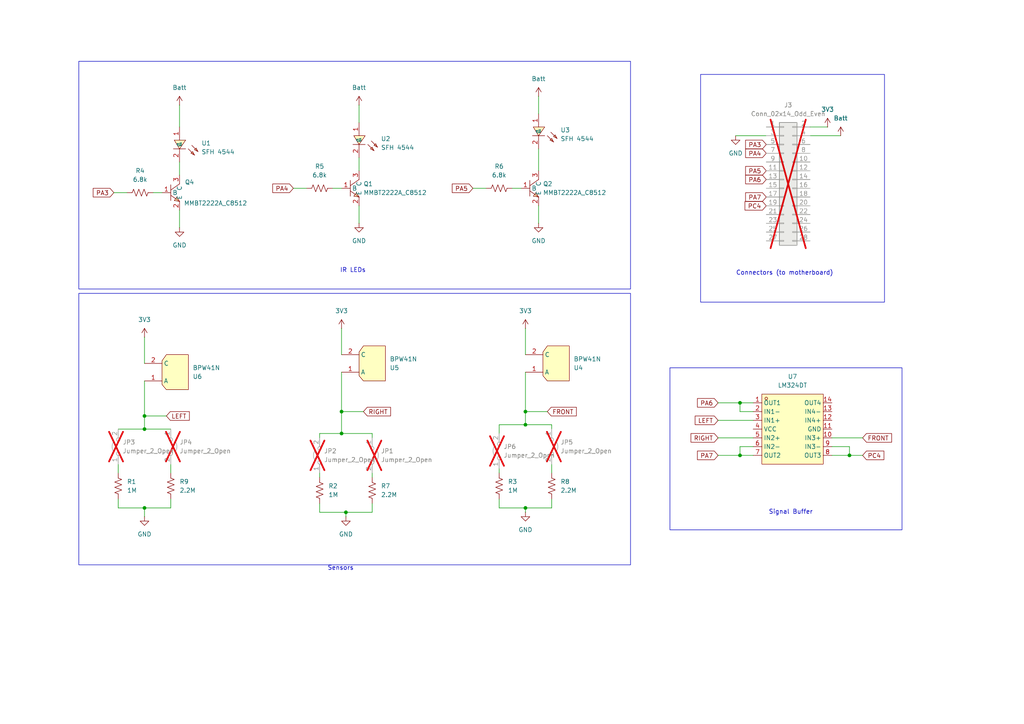
<source format=kicad_sch>
(kicad_sch
	(version 20231120)
	(generator "eeschema")
	(generator_version "8.0")
	(uuid "4ce985ca-968c-44c1-ac7e-c6a8f9b466ee")
	(paper "A4")
	(title_block
		(title "Sensing Subsystem Circuit")
		(date "2024-03-24")
		(rev "v0")
		(company "University of Cape Town")
		(comment 1 "Name: Muhaimin Khan")
		(comment 2 "Student Number: KHNMUH063")
		(comment 3 "Course: EEE3088F")
	)
	(lib_symbols
		(symbol "Connector_Generic:Conn_02x14_Odd_Even"
			(pin_names
				(offset 1.016) hide)
			(exclude_from_sim no)
			(in_bom yes)
			(on_board yes)
			(property "Reference" "J"
				(at 1.27 17.78 0)
				(effects
					(font
						(size 1.27 1.27)
					)
				)
			)
			(property "Value" "Conn_02x14_Odd_Even"
				(at 1.27 -20.32 0)
				(effects
					(font
						(size 1.27 1.27)
					)
				)
			)
			(property "Footprint" ""
				(at 0 0 0)
				(effects
					(font
						(size 1.27 1.27)
					)
					(hide yes)
				)
			)
			(property "Datasheet" "~"
				(at 0 0 0)
				(effects
					(font
						(size 1.27 1.27)
					)
					(hide yes)
				)
			)
			(property "Description" "Generic connector, double row, 02x14, odd/even pin numbering scheme (row 1 odd numbers, row 2 even numbers), script generated (kicad-library-utils/schlib/autogen/connector/)"
				(at 0 0 0)
				(effects
					(font
						(size 1.27 1.27)
					)
					(hide yes)
				)
			)
			(property "ki_keywords" "connector"
				(at 0 0 0)
				(effects
					(font
						(size 1.27 1.27)
					)
					(hide yes)
				)
			)
			(property "ki_fp_filters" "Connector*:*_2x??_*"
				(at 0 0 0)
				(effects
					(font
						(size 1.27 1.27)
					)
					(hide yes)
				)
			)
			(symbol "Conn_02x14_Odd_Even_1_1"
				(rectangle
					(start -1.27 -17.653)
					(end 0 -17.907)
					(stroke
						(width 0.1524)
						(type default)
					)
					(fill
						(type none)
					)
				)
				(rectangle
					(start -1.27 -15.113)
					(end 0 -15.367)
					(stroke
						(width 0.1524)
						(type default)
					)
					(fill
						(type none)
					)
				)
				(rectangle
					(start -1.27 -12.573)
					(end 0 -12.827)
					(stroke
						(width 0.1524)
						(type default)
					)
					(fill
						(type none)
					)
				)
				(rectangle
					(start -1.27 -10.033)
					(end 0 -10.287)
					(stroke
						(width 0.1524)
						(type default)
					)
					(fill
						(type none)
					)
				)
				(rectangle
					(start -1.27 -7.493)
					(end 0 -7.747)
					(stroke
						(width 0.1524)
						(type default)
					)
					(fill
						(type none)
					)
				)
				(rectangle
					(start -1.27 -4.953)
					(end 0 -5.207)
					(stroke
						(width 0.1524)
						(type default)
					)
					(fill
						(type none)
					)
				)
				(rectangle
					(start -1.27 -2.413)
					(end 0 -2.667)
					(stroke
						(width 0.1524)
						(type default)
					)
					(fill
						(type none)
					)
				)
				(rectangle
					(start -1.27 0.127)
					(end 0 -0.127)
					(stroke
						(width 0.1524)
						(type default)
					)
					(fill
						(type none)
					)
				)
				(rectangle
					(start -1.27 2.667)
					(end 0 2.413)
					(stroke
						(width 0.1524)
						(type default)
					)
					(fill
						(type none)
					)
				)
				(rectangle
					(start -1.27 5.207)
					(end 0 4.953)
					(stroke
						(width 0.1524)
						(type default)
					)
					(fill
						(type none)
					)
				)
				(rectangle
					(start -1.27 7.747)
					(end 0 7.493)
					(stroke
						(width 0.1524)
						(type default)
					)
					(fill
						(type none)
					)
				)
				(rectangle
					(start -1.27 10.287)
					(end 0 10.033)
					(stroke
						(width 0.1524)
						(type default)
					)
					(fill
						(type none)
					)
				)
				(rectangle
					(start -1.27 12.827)
					(end 0 12.573)
					(stroke
						(width 0.1524)
						(type default)
					)
					(fill
						(type none)
					)
				)
				(rectangle
					(start -1.27 15.367)
					(end 0 15.113)
					(stroke
						(width 0.1524)
						(type default)
					)
					(fill
						(type none)
					)
				)
				(rectangle
					(start -1.27 16.51)
					(end 3.81 -19.05)
					(stroke
						(width 0.254)
						(type default)
					)
					(fill
						(type background)
					)
				)
				(rectangle
					(start 3.81 -17.653)
					(end 2.54 -17.907)
					(stroke
						(width 0.1524)
						(type default)
					)
					(fill
						(type none)
					)
				)
				(rectangle
					(start 3.81 -15.113)
					(end 2.54 -15.367)
					(stroke
						(width 0.1524)
						(type default)
					)
					(fill
						(type none)
					)
				)
				(rectangle
					(start 3.81 -12.573)
					(end 2.54 -12.827)
					(stroke
						(width 0.1524)
						(type default)
					)
					(fill
						(type none)
					)
				)
				(rectangle
					(start 3.81 -10.033)
					(end 2.54 -10.287)
					(stroke
						(width 0.1524)
						(type default)
					)
					(fill
						(type none)
					)
				)
				(rectangle
					(start 3.81 -7.493)
					(end 2.54 -7.747)
					(stroke
						(width 0.1524)
						(type default)
					)
					(fill
						(type none)
					)
				)
				(rectangle
					(start 3.81 -4.953)
					(end 2.54 -5.207)
					(stroke
						(width 0.1524)
						(type default)
					)
					(fill
						(type none)
					)
				)
				(rectangle
					(start 3.81 -2.413)
					(end 2.54 -2.667)
					(stroke
						(width 0.1524)
						(type default)
					)
					(fill
						(type none)
					)
				)
				(rectangle
					(start 3.81 0.127)
					(end 2.54 -0.127)
					(stroke
						(width 0.1524)
						(type default)
					)
					(fill
						(type none)
					)
				)
				(rectangle
					(start 3.81 2.667)
					(end 2.54 2.413)
					(stroke
						(width 0.1524)
						(type default)
					)
					(fill
						(type none)
					)
				)
				(rectangle
					(start 3.81 5.207)
					(end 2.54 4.953)
					(stroke
						(width 0.1524)
						(type default)
					)
					(fill
						(type none)
					)
				)
				(rectangle
					(start 3.81 7.747)
					(end 2.54 7.493)
					(stroke
						(width 0.1524)
						(type default)
					)
					(fill
						(type none)
					)
				)
				(rectangle
					(start 3.81 10.287)
					(end 2.54 10.033)
					(stroke
						(width 0.1524)
						(type default)
					)
					(fill
						(type none)
					)
				)
				(rectangle
					(start 3.81 12.827)
					(end 2.54 12.573)
					(stroke
						(width 0.1524)
						(type default)
					)
					(fill
						(type none)
					)
				)
				(rectangle
					(start 3.81 15.367)
					(end 2.54 15.113)
					(stroke
						(width 0.1524)
						(type default)
					)
					(fill
						(type none)
					)
				)
				(pin passive line
					(at -5.08 15.24 0)
					(length 3.81)
					(name "Pin_1"
						(effects
							(font
								(size 1.27 1.27)
							)
						)
					)
					(number "1"
						(effects
							(font
								(size 1.27 1.27)
							)
						)
					)
				)
				(pin passive line
					(at 7.62 5.08 180)
					(length 3.81)
					(name "Pin_10"
						(effects
							(font
								(size 1.27 1.27)
							)
						)
					)
					(number "10"
						(effects
							(font
								(size 1.27 1.27)
							)
						)
					)
				)
				(pin passive line
					(at -5.08 2.54 0)
					(length 3.81)
					(name "Pin_11"
						(effects
							(font
								(size 1.27 1.27)
							)
						)
					)
					(number "11"
						(effects
							(font
								(size 1.27 1.27)
							)
						)
					)
				)
				(pin passive line
					(at 7.62 2.54 180)
					(length 3.81)
					(name "Pin_12"
						(effects
							(font
								(size 1.27 1.27)
							)
						)
					)
					(number "12"
						(effects
							(font
								(size 1.27 1.27)
							)
						)
					)
				)
				(pin passive line
					(at -5.08 0 0)
					(length 3.81)
					(name "Pin_13"
						(effects
							(font
								(size 1.27 1.27)
							)
						)
					)
					(number "13"
						(effects
							(font
								(size 1.27 1.27)
							)
						)
					)
				)
				(pin passive line
					(at 7.62 0 180)
					(length 3.81)
					(name "Pin_14"
						(effects
							(font
								(size 1.27 1.27)
							)
						)
					)
					(number "14"
						(effects
							(font
								(size 1.27 1.27)
							)
						)
					)
				)
				(pin passive line
					(at -5.08 -2.54 0)
					(length 3.81)
					(name "Pin_15"
						(effects
							(font
								(size 1.27 1.27)
							)
						)
					)
					(number "15"
						(effects
							(font
								(size 1.27 1.27)
							)
						)
					)
				)
				(pin passive line
					(at 7.62 -2.54 180)
					(length 3.81)
					(name "Pin_16"
						(effects
							(font
								(size 1.27 1.27)
							)
						)
					)
					(number "16"
						(effects
							(font
								(size 1.27 1.27)
							)
						)
					)
				)
				(pin passive line
					(at -5.08 -5.08 0)
					(length 3.81)
					(name "Pin_17"
						(effects
							(font
								(size 1.27 1.27)
							)
						)
					)
					(number "17"
						(effects
							(font
								(size 1.27 1.27)
							)
						)
					)
				)
				(pin passive line
					(at 7.62 -5.08 180)
					(length 3.81)
					(name "Pin_18"
						(effects
							(font
								(size 1.27 1.27)
							)
						)
					)
					(number "18"
						(effects
							(font
								(size 1.27 1.27)
							)
						)
					)
				)
				(pin passive line
					(at -5.08 -7.62 0)
					(length 3.81)
					(name "Pin_19"
						(effects
							(font
								(size 1.27 1.27)
							)
						)
					)
					(number "19"
						(effects
							(font
								(size 1.27 1.27)
							)
						)
					)
				)
				(pin passive line
					(at 7.62 15.24 180)
					(length 3.81)
					(name "Pin_2"
						(effects
							(font
								(size 1.27 1.27)
							)
						)
					)
					(number "2"
						(effects
							(font
								(size 1.27 1.27)
							)
						)
					)
				)
				(pin passive line
					(at 7.62 -7.62 180)
					(length 3.81)
					(name "Pin_20"
						(effects
							(font
								(size 1.27 1.27)
							)
						)
					)
					(number "20"
						(effects
							(font
								(size 1.27 1.27)
							)
						)
					)
				)
				(pin passive line
					(at -5.08 -10.16 0)
					(length 3.81)
					(name "Pin_21"
						(effects
							(font
								(size 1.27 1.27)
							)
						)
					)
					(number "21"
						(effects
							(font
								(size 1.27 1.27)
							)
						)
					)
				)
				(pin passive line
					(at 7.62 -10.16 180)
					(length 3.81)
					(name "Pin_22"
						(effects
							(font
								(size 1.27 1.27)
							)
						)
					)
					(number "22"
						(effects
							(font
								(size 1.27 1.27)
							)
						)
					)
				)
				(pin passive line
					(at -5.08 -12.7 0)
					(length 3.81)
					(name "Pin_23"
						(effects
							(font
								(size 1.27 1.27)
							)
						)
					)
					(number "23"
						(effects
							(font
								(size 1.27 1.27)
							)
						)
					)
				)
				(pin passive line
					(at 7.62 -12.7 180)
					(length 3.81)
					(name "Pin_24"
						(effects
							(font
								(size 1.27 1.27)
							)
						)
					)
					(number "24"
						(effects
							(font
								(size 1.27 1.27)
							)
						)
					)
				)
				(pin passive line
					(at -5.08 -15.24 0)
					(length 3.81)
					(name "Pin_25"
						(effects
							(font
								(size 1.27 1.27)
							)
						)
					)
					(number "25"
						(effects
							(font
								(size 1.27 1.27)
							)
						)
					)
				)
				(pin passive line
					(at 7.62 -15.24 180)
					(length 3.81)
					(name "Pin_26"
						(effects
							(font
								(size 1.27 1.27)
							)
						)
					)
					(number "26"
						(effects
							(font
								(size 1.27 1.27)
							)
						)
					)
				)
				(pin passive line
					(at -5.08 -17.78 0)
					(length 3.81)
					(name "Pin_27"
						(effects
							(font
								(size 1.27 1.27)
							)
						)
					)
					(number "27"
						(effects
							(font
								(size 1.27 1.27)
							)
						)
					)
				)
				(pin passive line
					(at 7.62 -17.78 180)
					(length 3.81)
					(name "Pin_28"
						(effects
							(font
								(size 1.27 1.27)
							)
						)
					)
					(number "28"
						(effects
							(font
								(size 1.27 1.27)
							)
						)
					)
				)
				(pin passive line
					(at -5.08 12.7 0)
					(length 3.81)
					(name "Pin_3"
						(effects
							(font
								(size 1.27 1.27)
							)
						)
					)
					(number "3"
						(effects
							(font
								(size 1.27 1.27)
							)
						)
					)
				)
				(pin passive line
					(at 7.62 12.7 180)
					(length 3.81)
					(name "Pin_4"
						(effects
							(font
								(size 1.27 1.27)
							)
						)
					)
					(number "4"
						(effects
							(font
								(size 1.27 1.27)
							)
						)
					)
				)
				(pin passive line
					(at -5.08 10.16 0)
					(length 3.81)
					(name "Pin_5"
						(effects
							(font
								(size 1.27 1.27)
							)
						)
					)
					(number "5"
						(effects
							(font
								(size 1.27 1.27)
							)
						)
					)
				)
				(pin passive line
					(at 7.62 10.16 180)
					(length 3.81)
					(name "Pin_6"
						(effects
							(font
								(size 1.27 1.27)
							)
						)
					)
					(number "6"
						(effects
							(font
								(size 1.27 1.27)
							)
						)
					)
				)
				(pin passive line
					(at -5.08 7.62 0)
					(length 3.81)
					(name "Pin_7"
						(effects
							(font
								(size 1.27 1.27)
							)
						)
					)
					(number "7"
						(effects
							(font
								(size 1.27 1.27)
							)
						)
					)
				)
				(pin passive line
					(at 7.62 7.62 180)
					(length 3.81)
					(name "Pin_8"
						(effects
							(font
								(size 1.27 1.27)
							)
						)
					)
					(number "8"
						(effects
							(font
								(size 1.27 1.27)
							)
						)
					)
				)
				(pin passive line
					(at -5.08 5.08 0)
					(length 3.81)
					(name "Pin_9"
						(effects
							(font
								(size 1.27 1.27)
							)
						)
					)
					(number "9"
						(effects
							(font
								(size 1.27 1.27)
							)
						)
					)
				)
			)
		)
		(symbol "Device:R_US"
			(pin_numbers hide)
			(pin_names
				(offset 0)
			)
			(exclude_from_sim no)
			(in_bom yes)
			(on_board yes)
			(property "Reference" "R"
				(at 2.54 0 90)
				(effects
					(font
						(size 1.27 1.27)
					)
				)
			)
			(property "Value" "R_US"
				(at -2.54 0 90)
				(effects
					(font
						(size 1.27 1.27)
					)
				)
			)
			(property "Footprint" ""
				(at 1.016 -0.254 90)
				(effects
					(font
						(size 1.27 1.27)
					)
					(hide yes)
				)
			)
			(property "Datasheet" "~"
				(at 0 0 0)
				(effects
					(font
						(size 1.27 1.27)
					)
					(hide yes)
				)
			)
			(property "Description" "Resistor, US symbol"
				(at 0 0 0)
				(effects
					(font
						(size 1.27 1.27)
					)
					(hide yes)
				)
			)
			(property "ki_keywords" "R res resistor"
				(at 0 0 0)
				(effects
					(font
						(size 1.27 1.27)
					)
					(hide yes)
				)
			)
			(property "ki_fp_filters" "R_*"
				(at 0 0 0)
				(effects
					(font
						(size 1.27 1.27)
					)
					(hide yes)
				)
			)
			(symbol "R_US_0_1"
				(polyline
					(pts
						(xy 0 -2.286) (xy 0 -2.54)
					)
					(stroke
						(width 0)
						(type default)
					)
					(fill
						(type none)
					)
				)
				(polyline
					(pts
						(xy 0 2.286) (xy 0 2.54)
					)
					(stroke
						(width 0)
						(type default)
					)
					(fill
						(type none)
					)
				)
				(polyline
					(pts
						(xy 0 -0.762) (xy 1.016 -1.143) (xy 0 -1.524) (xy -1.016 -1.905) (xy 0 -2.286)
					)
					(stroke
						(width 0)
						(type default)
					)
					(fill
						(type none)
					)
				)
				(polyline
					(pts
						(xy 0 0.762) (xy 1.016 0.381) (xy 0 0) (xy -1.016 -0.381) (xy 0 -0.762)
					)
					(stroke
						(width 0)
						(type default)
					)
					(fill
						(type none)
					)
				)
				(polyline
					(pts
						(xy 0 2.286) (xy 1.016 1.905) (xy 0 1.524) (xy -1.016 1.143) (xy 0 0.762)
					)
					(stroke
						(width 0)
						(type default)
					)
					(fill
						(type none)
					)
				)
			)
			(symbol "R_US_1_1"
				(pin passive line
					(at 0 3.81 270)
					(length 1.27)
					(name "~"
						(effects
							(font
								(size 1.27 1.27)
							)
						)
					)
					(number "1"
						(effects
							(font
								(size 1.27 1.27)
							)
						)
					)
				)
				(pin passive line
					(at 0 -3.81 90)
					(length 1.27)
					(name "~"
						(effects
							(font
								(size 1.27 1.27)
							)
						)
					)
					(number "2"
						(effects
							(font
								(size 1.27 1.27)
							)
						)
					)
				)
			)
		)
		(symbol "Jumper:Jumper_2_Open"
			(pin_names
				(offset 0) hide)
			(exclude_from_sim no)
			(in_bom yes)
			(on_board yes)
			(property "Reference" "JP"
				(at 0 2.794 0)
				(effects
					(font
						(size 1.27 1.27)
					)
				)
			)
			(property "Value" "Jumper_2_Open"
				(at 0 -2.286 0)
				(effects
					(font
						(size 1.27 1.27)
					)
				)
			)
			(property "Footprint" ""
				(at 0 0 0)
				(effects
					(font
						(size 1.27 1.27)
					)
					(hide yes)
				)
			)
			(property "Datasheet" "~"
				(at 0 0 0)
				(effects
					(font
						(size 1.27 1.27)
					)
					(hide yes)
				)
			)
			(property "Description" "Jumper, 2-pole, open"
				(at 0 0 0)
				(effects
					(font
						(size 1.27 1.27)
					)
					(hide yes)
				)
			)
			(property "ki_keywords" "Jumper SPST"
				(at 0 0 0)
				(effects
					(font
						(size 1.27 1.27)
					)
					(hide yes)
				)
			)
			(property "ki_fp_filters" "Jumper* TestPoint*2Pads* TestPoint*Bridge*"
				(at 0 0 0)
				(effects
					(font
						(size 1.27 1.27)
					)
					(hide yes)
				)
			)
			(symbol "Jumper_2_Open_0_0"
				(circle
					(center -2.032 0)
					(radius 0.508)
					(stroke
						(width 0)
						(type default)
					)
					(fill
						(type none)
					)
				)
				(circle
					(center 2.032 0)
					(radius 0.508)
					(stroke
						(width 0)
						(type default)
					)
					(fill
						(type none)
					)
				)
			)
			(symbol "Jumper_2_Open_0_1"
				(arc
					(start 1.524 1.27)
					(mid 0 1.778)
					(end -1.524 1.27)
					(stroke
						(width 0)
						(type default)
					)
					(fill
						(type none)
					)
				)
			)
			(symbol "Jumper_2_Open_1_1"
				(pin passive line
					(at -5.08 0 0)
					(length 2.54)
					(name "A"
						(effects
							(font
								(size 1.27 1.27)
							)
						)
					)
					(number "1"
						(effects
							(font
								(size 1.27 1.27)
							)
						)
					)
				)
				(pin passive line
					(at 5.08 0 180)
					(length 2.54)
					(name "B"
						(effects
							(font
								(size 1.27 1.27)
							)
						)
					)
					(number "2"
						(effects
							(font
								(size 1.27 1.27)
							)
						)
					)
				)
			)
		)
		(symbol "LED:SFH4544"
			(exclude_from_sim no)
			(in_bom yes)
			(on_board yes)
			(property "Reference" "U"
				(at 0 5.08 0)
				(effects
					(font
						(size 1.27 1.27)
					)
				)
			)
			(property "Value" "SFH 4544"
				(at 0 -5.08 0)
				(effects
					(font
						(size 1.27 1.27)
					)
				)
			)
			(property "Footprint" "easyeda2kicad:LED-TH_BD5.6-P2.54-FD"
				(at 0 -7.62 0)
				(effects
					(font
						(size 1.27 1.27)
					)
					(hide yes)
				)
			)
			(property "Datasheet" ""
				(at 0 0 0)
				(effects
					(font
						(size 1.27 1.27)
					)
					(hide yes)
				)
			)
			(property "Description" ""
				(at 0 0 0)
				(effects
					(font
						(size 1.27 1.27)
					)
					(hide yes)
				)
			)
			(property "LCSC Part" "C2900370"
				(at 0 -10.16 0)
				(effects
					(font
						(size 1.27 1.27)
					)
					(hide yes)
				)
			)
			(symbol "SFH4544_0_1"
				(polyline
					(pts
						(xy 0.25 3.56) (xy 2.03 5.33)
					)
					(stroke
						(width 0)
						(type default)
					)
					(fill
						(type none)
					)
				)
				(polyline
					(pts
						(xy 1.27 -1.78) (xy 1.27 1.78)
					)
					(stroke
						(width 0)
						(type default)
					)
					(fill
						(type none)
					)
				)
				(polyline
					(pts
						(xy 1.27 2.54) (xy 3.05 4.32)
					)
					(stroke
						(width 0)
						(type default)
					)
					(fill
						(type none)
					)
				)
				(polyline
					(pts
						(xy -1.27 -1.52) (xy 1.27 0) (xy -1.27 1.78) (xy -1.27 -1.52)
					)
					(stroke
						(width 0)
						(type default)
					)
					(fill
						(type background)
					)
				)
				(polyline
					(pts
						(xy 2.03 5.33) (xy 1.02 4.83) (xy 1.52 4.32) (xy 2.03 5.33)
					)
					(stroke
						(width 0)
						(type default)
					)
					(fill
						(type background)
					)
				)
				(polyline
					(pts
						(xy 3.05 4.32) (xy 2.03 3.81) (xy 2.54 3.3) (xy 3.05 4.32)
					)
					(stroke
						(width 0)
						(type default)
					)
					(fill
						(type background)
					)
				)
				(pin unspecified line
					(at -5.08 0 0)
					(length 3.81)
					(name "A"
						(effects
							(font
								(size 1.27 1.27)
							)
						)
					)
					(number "1"
						(effects
							(font
								(size 1.27 1.27)
							)
						)
					)
				)
				(pin unspecified line
					(at 5.08 0 180)
					(length 3.81)
					(name "C"
						(effects
							(font
								(size 1.27 1.27)
							)
						)
					)
					(number "2"
						(effects
							(font
								(size 1.27 1.27)
							)
						)
					)
				)
			)
		)
		(symbol "easyeda0kicad:LM324DT"
			(exclude_from_sim no)
			(in_bom yes)
			(on_board yes)
			(property "Reference" "U"
				(at 0 12.7 0)
				(effects
					(font
						(size 1.27 1.27)
					)
				)
			)
			(property "Value" "LM324DT"
				(at 0 -12.7 0)
				(effects
					(font
						(size 1.27 1.27)
					)
				)
			)
			(property "Footprint" "easyeda2kicad:SOIC-14_L8.7-W3.9-P1.27-LS6.0-BL"
				(at 0 -15.24 0)
				(effects
					(font
						(size 1.27 1.27)
					)
					(hide yes)
				)
			)
			(property "Datasheet" "https://lcsc.com/product-detail/General-Purpose-Amplifiers_STMicroelectronics_LM324DT_LM324DT_C71035.html"
				(at 0 -17.78 0)
				(effects
					(font
						(size 1.27 1.27)
					)
					(hide yes)
				)
			)
			(property "Description" ""
				(at 0 0 0)
				(effects
					(font
						(size 1.27 1.27)
					)
					(hide yes)
				)
			)
			(property "LCSC Part" "C71035"
				(at 0 -20.32 0)
				(effects
					(font
						(size 1.27 1.27)
					)
					(hide yes)
				)
			)
			(symbol "LM324DT_0_1"
				(rectangle
					(start -8.89 10.16)
					(end 8.89 -10.16)
					(stroke
						(width 0)
						(type default)
					)
					(fill
						(type background)
					)
				)
				(circle
					(center -7.62 8.89)
					(radius 0.38)
					(stroke
						(width 0)
						(type default)
					)
					(fill
						(type none)
					)
				)
				(pin unspecified line
					(at -11.43 7.62 0)
					(length 2.54)
					(name "OUT1"
						(effects
							(font
								(size 1.27 1.27)
							)
						)
					)
					(number "1"
						(effects
							(font
								(size 1.27 1.27)
							)
						)
					)
				)
				(pin unspecified line
					(at 11.43 -2.54 180)
					(length 2.54)
					(name "IN3+"
						(effects
							(font
								(size 1.27 1.27)
							)
						)
					)
					(number "10"
						(effects
							(font
								(size 1.27 1.27)
							)
						)
					)
				)
				(pin unspecified line
					(at 11.43 0 180)
					(length 2.54)
					(name "GND"
						(effects
							(font
								(size 1.27 1.27)
							)
						)
					)
					(number "11"
						(effects
							(font
								(size 1.27 1.27)
							)
						)
					)
				)
				(pin unspecified line
					(at 11.43 2.54 180)
					(length 2.54)
					(name "IN4+"
						(effects
							(font
								(size 1.27 1.27)
							)
						)
					)
					(number "12"
						(effects
							(font
								(size 1.27 1.27)
							)
						)
					)
				)
				(pin unspecified line
					(at 11.43 5.08 180)
					(length 2.54)
					(name "IN4-"
						(effects
							(font
								(size 1.27 1.27)
							)
						)
					)
					(number "13"
						(effects
							(font
								(size 1.27 1.27)
							)
						)
					)
				)
				(pin unspecified line
					(at 11.43 7.62 180)
					(length 2.54)
					(name "OUT4"
						(effects
							(font
								(size 1.27 1.27)
							)
						)
					)
					(number "14"
						(effects
							(font
								(size 1.27 1.27)
							)
						)
					)
				)
				(pin unspecified line
					(at -11.43 5.08 0)
					(length 2.54)
					(name "IN1-"
						(effects
							(font
								(size 1.27 1.27)
							)
						)
					)
					(number "2"
						(effects
							(font
								(size 1.27 1.27)
							)
						)
					)
				)
				(pin unspecified line
					(at -11.43 2.54 0)
					(length 2.54)
					(name "IN1+"
						(effects
							(font
								(size 1.27 1.27)
							)
						)
					)
					(number "3"
						(effects
							(font
								(size 1.27 1.27)
							)
						)
					)
				)
				(pin unspecified line
					(at -11.43 0 0)
					(length 2.54)
					(name "VCC"
						(effects
							(font
								(size 1.27 1.27)
							)
						)
					)
					(number "4"
						(effects
							(font
								(size 1.27 1.27)
							)
						)
					)
				)
				(pin unspecified line
					(at -11.43 -2.54 0)
					(length 2.54)
					(name "IN2+"
						(effects
							(font
								(size 1.27 1.27)
							)
						)
					)
					(number "5"
						(effects
							(font
								(size 1.27 1.27)
							)
						)
					)
				)
				(pin unspecified line
					(at -11.43 -5.08 0)
					(length 2.54)
					(name "IN2-"
						(effects
							(font
								(size 1.27 1.27)
							)
						)
					)
					(number "6"
						(effects
							(font
								(size 1.27 1.27)
							)
						)
					)
				)
				(pin unspecified line
					(at -11.43 -7.62 0)
					(length 2.54)
					(name "OUT2"
						(effects
							(font
								(size 1.27 1.27)
							)
						)
					)
					(number "7"
						(effects
							(font
								(size 1.27 1.27)
							)
						)
					)
				)
				(pin unspecified line
					(at 11.43 -7.62 180)
					(length 2.54)
					(name "OUT3"
						(effects
							(font
								(size 1.27 1.27)
							)
						)
					)
					(number "8"
						(effects
							(font
								(size 1.27 1.27)
							)
						)
					)
				)
				(pin unspecified line
					(at 11.43 -5.08 180)
					(length 2.54)
					(name "IN3-"
						(effects
							(font
								(size 1.27 1.27)
							)
						)
					)
					(number "9"
						(effects
							(font
								(size 1.27 1.27)
							)
						)
					)
				)
			)
		)
		(symbol "easyeda1kicad:MMBT2222A_C8512"
			(exclude_from_sim no)
			(in_bom yes)
			(on_board yes)
			(property "Reference" "Q"
				(at 0 10.16 0)
				(effects
					(font
						(size 1.27 1.27)
					)
				)
			)
			(property "Value" "MMBT2222A_C8512"
				(at 0 -10.16 0)
				(effects
					(font
						(size 1.27 1.27)
					)
				)
			)
			(property "Footprint" "easyeda2kicad:SOT-23-3_L2.9-W1.3-P1.90-LS2.4-BR"
				(at 0 -12.7 0)
				(effects
					(font
						(size 1.27 1.27)
					)
					(hide yes)
				)
			)
			(property "Datasheet" "https://lcsc.com/product-detail/Transistors-NPN-PNP_MMBT2222A_C8512.html"
				(at 0 -15.24 0)
				(effects
					(font
						(size 1.27 1.27)
					)
					(hide yes)
				)
			)
			(property "Description" ""
				(at 0 0 0)
				(effects
					(font
						(size 1.27 1.27)
					)
					(hide yes)
				)
			)
			(property "LCSC Part" "C8512"
				(at 0 -17.78 0)
				(effects
					(font
						(size 1.27 1.27)
					)
					(hide yes)
				)
			)
			(symbol "MMBT2222A_C8512_0_1"
				(polyline
					(pts
						(xy 0 -0.76) (xy 2.54 -2.54)
					)
					(stroke
						(width 0)
						(type default)
					)
					(fill
						(type none)
					)
				)
				(polyline
					(pts
						(xy 0 2.29) (xy 0 -2.29)
					)
					(stroke
						(width 0)
						(type default)
					)
					(fill
						(type none)
					)
				)
				(polyline
					(pts
						(xy 2.54 2.54) (xy 0 0.76)
					)
					(stroke
						(width 0)
						(type default)
					)
					(fill
						(type none)
					)
				)
				(polyline
					(pts
						(xy 2.54 -2.54) (xy 1.78 -1.27) (xy 1.02 -2.29) (xy 2.54 -2.54)
					)
					(stroke
						(width 0)
						(type default)
					)
					(fill
						(type background)
					)
				)
				(pin unspecified line
					(at -2.54 0 0)
					(length 2.54)
					(name "B"
						(effects
							(font
								(size 1.27 1.27)
							)
						)
					)
					(number "1"
						(effects
							(font
								(size 1.27 1.27)
							)
						)
					)
				)
				(pin unspecified line
					(at 2.54 -5.08 90)
					(length 2.54)
					(name "E"
						(effects
							(font
								(size 1.27 1.27)
							)
						)
					)
					(number "2"
						(effects
							(font
								(size 1.27 1.27)
							)
						)
					)
				)
				(pin unspecified line
					(at 2.54 5.08 270)
					(length 2.54)
					(name "C"
						(effects
							(font
								(size 1.27 1.27)
							)
						)
					)
					(number "3"
						(effects
							(font
								(size 1.27 1.27)
							)
						)
					)
				)
			)
		)
		(symbol "easyeda2kicad:BPW41N"
			(exclude_from_sim no)
			(in_bom yes)
			(on_board yes)
			(property "Reference" "U"
				(at 0 -1.27 0)
				(effects
					(font
						(size 1.27 1.27)
					)
				)
			)
			(property "Value" "BPW41N"
				(at 0 -11.43 0)
				(effects
					(font
						(size 1.27 1.27)
					)
				)
			)
			(property "Footprint" "easyeda2kicad:SENSOR-TH_BPW41N"
				(at 0 -13.97 0)
				(effects
					(font
						(size 1.27 1.27)
					)
					(hide yes)
				)
			)
			(property "Datasheet" "https://lcsc.com/product-detail/Infrared-IR-LEDs_VISHAY_BPW41N_BPW41N_C142586.html"
				(at 0 -16.51 0)
				(effects
					(font
						(size 1.27 1.27)
					)
					(hide yes)
				)
			)
			(property "Description" ""
				(at 0 0 0)
				(effects
					(font
						(size 1.27 1.27)
					)
					(hide yes)
				)
			)
			(property "LCSC Part" "C142586"
				(at 0 -19.05 0)
				(effects
					(font
						(size 1.27 1.27)
					)
					(hide yes)
				)
			)
			(symbol "BPW41N_0_1"
				(polyline
					(pts
						(xy -5.08 6.35) (xy 5.08 6.35) (xy 5.08 0) (xy 3.3 -1.27) (xy -3.56 -1.27) (xy -5.08 0) (xy -5.08 6.35)
					)
					(stroke
						(width 0)
						(type default)
					)
					(fill
						(type background)
					)
				)
				(pin unspecified line
					(at -2.54 -6.35 90)
					(length 5.08)
					(name "A"
						(effects
							(font
								(size 1.27 1.27)
							)
						)
					)
					(number "1"
						(effects
							(font
								(size 1.27 1.27)
							)
						)
					)
				)
				(pin unspecified line
					(at 2.54 -6.35 90)
					(length 5.08)
					(name "C"
						(effects
							(font
								(size 1.27 1.27)
							)
						)
					)
					(number "2"
						(effects
							(font
								(size 1.27 1.27)
							)
						)
					)
				)
			)
		)
		(symbol "power:GND"
			(power)
			(pin_numbers hide)
			(pin_names
				(offset 0) hide)
			(exclude_from_sim no)
			(in_bom yes)
			(on_board yes)
			(property "Reference" "#PWR"
				(at 0 -6.35 0)
				(effects
					(font
						(size 1.27 1.27)
					)
					(hide yes)
				)
			)
			(property "Value" "GND"
				(at 0 -3.81 0)
				(effects
					(font
						(size 1.27 1.27)
					)
				)
			)
			(property "Footprint" ""
				(at 0 0 0)
				(effects
					(font
						(size 1.27 1.27)
					)
					(hide yes)
				)
			)
			(property "Datasheet" ""
				(at 0 0 0)
				(effects
					(font
						(size 1.27 1.27)
					)
					(hide yes)
				)
			)
			(property "Description" "Power symbol creates a global label with name \"GND\" , ground"
				(at 0 0 0)
				(effects
					(font
						(size 1.27 1.27)
					)
					(hide yes)
				)
			)
			(property "ki_keywords" "global power"
				(at 0 0 0)
				(effects
					(font
						(size 1.27 1.27)
					)
					(hide yes)
				)
			)
			(symbol "GND_0_1"
				(polyline
					(pts
						(xy 0 0) (xy 0 -1.27) (xy 1.27 -1.27) (xy 0 -2.54) (xy -1.27 -1.27) (xy 0 -1.27)
					)
					(stroke
						(width 0)
						(type default)
					)
					(fill
						(type none)
					)
				)
			)
			(symbol "GND_1_1"
				(pin power_in line
					(at 0 0 270)
					(length 0)
					(name "~"
						(effects
							(font
								(size 1.27 1.27)
							)
						)
					)
					(number "1"
						(effects
							(font
								(size 1.27 1.27)
							)
						)
					)
				)
			)
		)
		(symbol "power:VCC"
			(power)
			(pin_numbers hide)
			(pin_names
				(offset 0) hide)
			(exclude_from_sim no)
			(in_bom yes)
			(on_board yes)
			(property "Reference" "#PWR"
				(at 0 -3.81 0)
				(effects
					(font
						(size 1.27 1.27)
					)
					(hide yes)
				)
			)
			(property "Value" "VCC"
				(at 0 3.556 0)
				(effects
					(font
						(size 1.27 1.27)
					)
				)
			)
			(property "Footprint" ""
				(at 0 0 0)
				(effects
					(font
						(size 1.27 1.27)
					)
					(hide yes)
				)
			)
			(property "Datasheet" ""
				(at 0 0 0)
				(effects
					(font
						(size 1.27 1.27)
					)
					(hide yes)
				)
			)
			(property "Description" "Power symbol creates a global label with name \"VCC\""
				(at 0 0 0)
				(effects
					(font
						(size 1.27 1.27)
					)
					(hide yes)
				)
			)
			(property "ki_keywords" "global power"
				(at 0 0 0)
				(effects
					(font
						(size 1.27 1.27)
					)
					(hide yes)
				)
			)
			(symbol "VCC_0_1"
				(polyline
					(pts
						(xy -0.762 1.27) (xy 0 2.54)
					)
					(stroke
						(width 0)
						(type default)
					)
					(fill
						(type none)
					)
				)
				(polyline
					(pts
						(xy 0 0) (xy 0 2.54)
					)
					(stroke
						(width 0)
						(type default)
					)
					(fill
						(type none)
					)
				)
				(polyline
					(pts
						(xy 0 2.54) (xy 0.762 1.27)
					)
					(stroke
						(width 0)
						(type default)
					)
					(fill
						(type none)
					)
				)
			)
			(symbol "VCC_1_1"
				(pin power_in line
					(at 0 0 90)
					(length 0)
					(name "~"
						(effects
							(font
								(size 1.27 1.27)
							)
						)
					)
					(number "1"
						(effects
							(font
								(size 1.27 1.27)
							)
						)
					)
				)
			)
		)
	)
	(junction
		(at 246.38 132.08)
		(diameter 0)
		(color 0 0 0 0)
		(uuid "0c992974-941e-440e-b1e2-7183ace70aec")
	)
	(junction
		(at 214.63 116.84)
		(diameter 0)
		(color 0 0 0 0)
		(uuid "1cd82b9f-426b-4e60-bd81-06c16db8fdef")
	)
	(junction
		(at 99.06 119.38)
		(diameter 0)
		(color 0 0 0 0)
		(uuid "382a29e5-e4bb-46fe-8eab-1b52f1b0ffba")
	)
	(junction
		(at 152.4 123.19)
		(diameter 0)
		(color 0 0 0 0)
		(uuid "49f43381-3d8f-439b-be6e-23aa769a16de")
	)
	(junction
		(at 152.4 119.38)
		(diameter 0)
		(color 0 0 0 0)
		(uuid "4e6a4ad0-d129-4ed5-bcbd-614d5c553a0d")
	)
	(junction
		(at 41.91 124.46)
		(diameter 0)
		(color 0 0 0 0)
		(uuid "6043298d-51f7-4236-b544-2a1459ebd9bb")
	)
	(junction
		(at 41.91 147.32)
		(diameter 0)
		(color 0 0 0 0)
		(uuid "9c2ccf51-931e-45b3-b586-519a908d8b1b")
	)
	(junction
		(at 214.63 132.08)
		(diameter 0)
		(color 0 0 0 0)
		(uuid "b191dcd3-67af-4b03-83ae-94d9b3ce5924")
	)
	(junction
		(at 152.4 147.32)
		(diameter 0)
		(color 0 0 0 0)
		(uuid "bead0463-33de-4a5c-b706-1c9d7c208b71")
	)
	(junction
		(at 99.06 125.73)
		(diameter 0)
		(color 0 0 0 0)
		(uuid "e4b5333f-b1a2-451c-a2fc-a049bec13e27")
	)
	(junction
		(at 100.33 148.59)
		(diameter 0)
		(color 0 0 0 0)
		(uuid "e8e22cad-96ac-401b-9fc8-fd87d8803d75")
	)
	(junction
		(at 41.91 120.65)
		(diameter 0)
		(color 0 0 0 0)
		(uuid "f453a7e3-7777-40f8-9c70-24e2de4d11fa")
	)
	(wire
		(pts
			(xy 41.91 110.49) (xy 41.91 120.65)
		)
		(stroke
			(width 0)
			(type default)
		)
		(uuid "029c5889-f487-4d39-9029-a0e98f14a374")
	)
	(wire
		(pts
			(xy 85.09 54.61) (xy 88.9 54.61)
		)
		(stroke
			(width 0)
			(type default)
		)
		(uuid "0eafc395-9f51-443e-abf3-795fdc56e510")
	)
	(wire
		(pts
			(xy 52.07 30.48) (xy 52.07 36.83)
		)
		(stroke
			(width 0)
			(type default)
		)
		(uuid "14390381-717d-4145-92b1-244081cdf1b5")
	)
	(wire
		(pts
			(xy 152.4 119.38) (xy 152.4 123.19)
		)
		(stroke
			(width 0)
			(type default)
		)
		(uuid "153190b2-b742-4fb2-9d3f-89433aa53708")
	)
	(wire
		(pts
			(xy 33.02 55.88) (xy 36.83 55.88)
		)
		(stroke
			(width 0)
			(type default)
		)
		(uuid "16760505-b06c-40bc-8fe0-433a58b0e8cf")
	)
	(wire
		(pts
			(xy 213.36 39.37) (xy 222.25 39.37)
		)
		(stroke
			(width 0)
			(type default)
		)
		(uuid "1b6eba56-8e57-420c-a2cf-5ce8fb2a27be")
	)
	(wire
		(pts
			(xy 152.4 107.95) (xy 152.4 119.38)
		)
		(stroke
			(width 0)
			(type default)
		)
		(uuid "21dd706e-20c4-4e1c-955f-22ad0f3c570c")
	)
	(wire
		(pts
			(xy 34.29 124.46) (xy 41.91 124.46)
		)
		(stroke
			(width 0)
			(type default)
		)
		(uuid "2497bab1-47aa-4ad1-a404-cda5c5fed813")
	)
	(wire
		(pts
			(xy 208.28 132.08) (xy 214.63 132.08)
		)
		(stroke
			(width 0)
			(type default)
		)
		(uuid "26d72f3c-39c7-4393-acca-e1d4e30a07a2")
	)
	(wire
		(pts
			(xy 41.91 120.65) (xy 48.26 120.65)
		)
		(stroke
			(width 0)
			(type default)
		)
		(uuid "2b00edf9-2a5a-496d-8d38-b0d02ef1cf57")
	)
	(wire
		(pts
			(xy 218.44 119.38) (xy 214.63 119.38)
		)
		(stroke
			(width 0)
			(type default)
		)
		(uuid "2fdaa5c7-ddfb-446a-be99-de1cc22e0f9d")
	)
	(wire
		(pts
			(xy 246.38 132.08) (xy 250.19 132.08)
		)
		(stroke
			(width 0)
			(type default)
		)
		(uuid "32e6bc98-1af3-4511-bfe7-369a25594f25")
	)
	(wire
		(pts
			(xy 99.06 125.73) (xy 99.06 119.38)
		)
		(stroke
			(width 0)
			(type default)
		)
		(uuid "3ba95b3e-2cdc-4f86-8a21-0e934676c7b1")
	)
	(wire
		(pts
			(xy 99.06 107.95) (xy 99.06 119.38)
		)
		(stroke
			(width 0)
			(type default)
		)
		(uuid "3d0dbe73-2bc9-484b-9174-487919009a3d")
	)
	(wire
		(pts
			(xy 92.71 125.73) (xy 99.06 125.73)
		)
		(stroke
			(width 0)
			(type default)
		)
		(uuid "41d535b9-12d3-440c-b07e-38abcdad68d4")
	)
	(wire
		(pts
			(xy 96.52 54.61) (xy 99.06 54.61)
		)
		(stroke
			(width 0)
			(type default)
		)
		(uuid "4735f75e-22cd-427c-b49f-76bd30e2a07b")
	)
	(wire
		(pts
			(xy 99.06 125.73) (xy 107.95 125.73)
		)
		(stroke
			(width 0)
			(type default)
		)
		(uuid "482cabb2-e252-4267-81d8-cbae989790a0")
	)
	(wire
		(pts
			(xy 241.3 132.08) (xy 246.38 132.08)
		)
		(stroke
			(width 0)
			(type default)
		)
		(uuid "4b906fbd-f5d4-4ffb-a1dd-ed794176968e")
	)
	(wire
		(pts
			(xy 160.02 123.19) (xy 160.02 124.46)
		)
		(stroke
			(width 0)
			(type default)
		)
		(uuid "53050829-25b0-4a24-8aef-5e2d65f22e5f")
	)
	(wire
		(pts
			(xy 104.14 59.69) (xy 104.14 64.77)
		)
		(stroke
			(width 0)
			(type default)
		)
		(uuid "55cf8566-63e3-4cae-a2f9-ccc57eb6d671")
	)
	(wire
		(pts
			(xy 34.29 134.62) (xy 34.29 137.16)
		)
		(stroke
			(width 0)
			(type default)
		)
		(uuid "57da5f32-6685-440b-b3dc-8e3426ecd6b9")
	)
	(wire
		(pts
			(xy 160.02 144.78) (xy 160.02 147.32)
		)
		(stroke
			(width 0)
			(type default)
		)
		(uuid "59e1023c-6f64-463e-95cc-02a619a6e829")
	)
	(wire
		(pts
			(xy 107.95 137.16) (xy 107.95 138.43)
		)
		(stroke
			(width 0)
			(type default)
		)
		(uuid "5d09f559-6369-4255-a15b-821830b2d373")
	)
	(wire
		(pts
			(xy 214.63 132.08) (xy 218.44 132.08)
		)
		(stroke
			(width 0)
			(type default)
		)
		(uuid "5e66514f-fdc6-4116-a094-775b32d8723e")
	)
	(wire
		(pts
			(xy 41.91 120.65) (xy 41.91 124.46)
		)
		(stroke
			(width 0)
			(type default)
		)
		(uuid "63292d26-742a-4d23-9621-1a76ed0ee73a")
	)
	(wire
		(pts
			(xy 144.78 147.32) (xy 152.4 147.32)
		)
		(stroke
			(width 0)
			(type default)
		)
		(uuid "63880349-726e-4b28-9ee4-a44858f13e34")
	)
	(wire
		(pts
			(xy 214.63 129.54) (xy 214.63 132.08)
		)
		(stroke
			(width 0)
			(type default)
		)
		(uuid "65d0c800-0b07-4612-abda-2825a4307d14")
	)
	(wire
		(pts
			(xy 107.95 146.05) (xy 107.95 148.59)
		)
		(stroke
			(width 0)
			(type default)
		)
		(uuid "6720acd2-2347-47ed-857c-2cccf1a6ac49")
	)
	(wire
		(pts
			(xy 152.4 123.19) (xy 160.02 123.19)
		)
		(stroke
			(width 0)
			(type default)
		)
		(uuid "697593a8-a005-4eb8-957a-b665b04566fc")
	)
	(wire
		(pts
			(xy 144.78 147.32) (xy 144.78 144.78)
		)
		(stroke
			(width 0)
			(type default)
		)
		(uuid "761e0d45-6a67-47c1-9932-e8a128d3a600")
	)
	(wire
		(pts
			(xy 92.71 137.16) (xy 92.71 138.43)
		)
		(stroke
			(width 0)
			(type default)
		)
		(uuid "78ffbea6-e0ac-499d-b12e-75c152cdd320")
	)
	(wire
		(pts
			(xy 52.07 60.96) (xy 52.07 66.04)
		)
		(stroke
			(width 0)
			(type default)
		)
		(uuid "798f3d54-d327-4da9-9782-e6ed6becd6bd")
	)
	(wire
		(pts
			(xy 49.53 144.78) (xy 49.53 147.32)
		)
		(stroke
			(width 0)
			(type default)
		)
		(uuid "7e62bfb4-6e2c-4b3d-84be-73118a8fb242")
	)
	(wire
		(pts
			(xy 44.45 55.88) (xy 46.99 55.88)
		)
		(stroke
			(width 0)
			(type default)
		)
		(uuid "80a570e5-35d7-43ad-b981-2dd8a28b3a54")
	)
	(wire
		(pts
			(xy 52.07 46.99) (xy 52.07 50.8)
		)
		(stroke
			(width 0)
			(type default)
		)
		(uuid "810e1984-3802-4e4a-8618-ee92b55fbbba")
	)
	(wire
		(pts
			(xy 41.91 97.79) (xy 41.91 105.41)
		)
		(stroke
			(width 0)
			(type default)
		)
		(uuid "846ad90c-1778-4d1f-b2dc-6b3b90f862f9")
	)
	(wire
		(pts
			(xy 144.78 123.19) (xy 152.4 123.19)
		)
		(stroke
			(width 0)
			(type default)
		)
		(uuid "89219651-1984-47cb-a1e8-7cb5dd56cea4")
	)
	(wire
		(pts
			(xy 41.91 147.32) (xy 41.91 149.86)
		)
		(stroke
			(width 0)
			(type default)
		)
		(uuid "8af13969-e022-4b81-adaf-3f7bcf8c13d2")
	)
	(wire
		(pts
			(xy 148.59 54.61) (xy 151.13 54.61)
		)
		(stroke
			(width 0)
			(type default)
		)
		(uuid "8b57a4fa-4677-4c62-8a50-747ae2bfc49e")
	)
	(wire
		(pts
			(xy 214.63 119.38) (xy 214.63 116.84)
		)
		(stroke
			(width 0)
			(type default)
		)
		(uuid "8eb12da2-7cc1-4048-956a-72ada8fa3930")
	)
	(wire
		(pts
			(xy 100.33 148.59) (xy 100.33 149.86)
		)
		(stroke
			(width 0)
			(type default)
		)
		(uuid "8ff637d7-ec2a-48b1-bfa1-3b827bcfab9e")
	)
	(wire
		(pts
			(xy 156.21 27.94) (xy 156.21 33.02)
		)
		(stroke
			(width 0)
			(type default)
		)
		(uuid "9268f94c-017c-424a-a021-49b16e92ef6c")
	)
	(wire
		(pts
			(xy 107.95 125.73) (xy 107.95 127)
		)
		(stroke
			(width 0)
			(type default)
		)
		(uuid "93913c84-c153-48c0-9f6e-e6110c0a3140")
	)
	(wire
		(pts
			(xy 41.91 124.46) (xy 49.53 124.46)
		)
		(stroke
			(width 0)
			(type default)
		)
		(uuid "94d8312f-2d67-496d-997f-9326895838c8")
	)
	(wire
		(pts
			(xy 152.4 147.32) (xy 152.4 148.59)
		)
		(stroke
			(width 0)
			(type default)
		)
		(uuid "99af2b43-6e65-4eb8-b66d-490aa4edd64e")
	)
	(wire
		(pts
			(xy 49.53 134.62) (xy 49.53 137.16)
		)
		(stroke
			(width 0)
			(type default)
		)
		(uuid "9a905f58-c614-49f0-a875-5552277db38d")
	)
	(wire
		(pts
			(xy 137.16 54.61) (xy 140.97 54.61)
		)
		(stroke
			(width 0)
			(type default)
		)
		(uuid "9dbf9657-352c-45b5-95a1-0fe3c2f355ec")
	)
	(wire
		(pts
			(xy 234.95 36.83) (xy 240.03 36.83)
		)
		(stroke
			(width 0)
			(type default)
		)
		(uuid "a89b25dc-2c12-4b64-abd2-a6b69f5f8446")
	)
	(wire
		(pts
			(xy 234.95 39.37) (xy 243.84 39.37)
		)
		(stroke
			(width 0)
			(type default)
		)
		(uuid "af21adb1-84c7-459b-a1d6-58156c6e1ce4")
	)
	(wire
		(pts
			(xy 99.06 119.38) (xy 105.41 119.38)
		)
		(stroke
			(width 0)
			(type default)
		)
		(uuid "b06fb894-5f19-440e-a15b-d625e4815dd8")
	)
	(wire
		(pts
			(xy 104.14 45.72) (xy 104.14 49.53)
		)
		(stroke
			(width 0)
			(type default)
		)
		(uuid "b2c6e6ee-0c6b-4f4e-b650-75eb9e725096")
	)
	(wire
		(pts
			(xy 241.3 129.54) (xy 246.38 129.54)
		)
		(stroke
			(width 0)
			(type default)
		)
		(uuid "b48177fd-d276-417a-baa6-171f5af8b144")
	)
	(wire
		(pts
			(xy 208.28 127) (xy 218.44 127)
		)
		(stroke
			(width 0)
			(type default)
		)
		(uuid "b5e0e87d-64a8-4ae7-add4-e3186cf7c9dc")
	)
	(wire
		(pts
			(xy 246.38 129.54) (xy 246.38 132.08)
		)
		(stroke
			(width 0)
			(type default)
		)
		(uuid "b6667933-6071-4628-b970-2495777dd18e")
	)
	(wire
		(pts
			(xy 160.02 134.62) (xy 160.02 137.16)
		)
		(stroke
			(width 0)
			(type default)
		)
		(uuid "b7e42b5e-8ceb-4179-8402-e2ee89d372a9")
	)
	(wire
		(pts
			(xy 92.71 148.59) (xy 100.33 148.59)
		)
		(stroke
			(width 0)
			(type default)
		)
		(uuid "b86296ed-95fa-4a40-b430-21e91830b964")
	)
	(wire
		(pts
			(xy 104.14 30.48) (xy 104.14 35.56)
		)
		(stroke
			(width 0)
			(type default)
		)
		(uuid "bdadf24f-40b9-44fd-b159-1fa1d5d92875")
	)
	(wire
		(pts
			(xy 152.4 95.25) (xy 152.4 102.87)
		)
		(stroke
			(width 0)
			(type default)
		)
		(uuid "bdd61115-31c7-4ce7-8fed-f3a71a580a06")
	)
	(wire
		(pts
			(xy 99.06 95.25) (xy 99.06 102.87)
		)
		(stroke
			(width 0)
			(type default)
		)
		(uuid "c039a2fc-83dc-46b4-9407-f4c7250641e4")
	)
	(wire
		(pts
			(xy 208.28 116.84) (xy 214.63 116.84)
		)
		(stroke
			(width 0)
			(type default)
		)
		(uuid "c07a5c0a-9d1a-4f88-ba5a-67f15cc8351f")
	)
	(wire
		(pts
			(xy 41.91 147.32) (xy 49.53 147.32)
		)
		(stroke
			(width 0)
			(type default)
		)
		(uuid "c39dedd7-9d2f-4fad-b6b3-7d5f11c850a5")
	)
	(wire
		(pts
			(xy 218.44 129.54) (xy 214.63 129.54)
		)
		(stroke
			(width 0)
			(type default)
		)
		(uuid "c5bcbb5b-b44f-46a6-874f-160588447942")
	)
	(wire
		(pts
			(xy 34.29 147.32) (xy 41.91 147.32)
		)
		(stroke
			(width 0)
			(type default)
		)
		(uuid "c86d6823-00ea-464d-9429-05d745dd9ba9")
	)
	(wire
		(pts
			(xy 156.21 59.69) (xy 156.21 64.77)
		)
		(stroke
			(width 0)
			(type default)
		)
		(uuid "c8975dcd-8957-41da-be40-fb096ad1a57c")
	)
	(wire
		(pts
			(xy 34.29 147.32) (xy 34.29 144.78)
		)
		(stroke
			(width 0)
			(type default)
		)
		(uuid "d31cefbd-a28b-419c-9d26-334fc8a8c721")
	)
	(wire
		(pts
			(xy 100.33 148.59) (xy 107.95 148.59)
		)
		(stroke
			(width 0)
			(type default)
		)
		(uuid "d3897a94-3800-460b-a5d2-0622f2011052")
	)
	(wire
		(pts
			(xy 156.21 43.18) (xy 156.21 49.53)
		)
		(stroke
			(width 0)
			(type default)
		)
		(uuid "de680915-3b6b-4956-b31d-1dd56f712d7e")
	)
	(wire
		(pts
			(xy 214.63 116.84) (xy 218.44 116.84)
		)
		(stroke
			(width 0)
			(type default)
		)
		(uuid "dee39bf5-80bc-4ed3-a673-b12e520ce939")
	)
	(wire
		(pts
			(xy 152.4 147.32) (xy 160.02 147.32)
		)
		(stroke
			(width 0)
			(type default)
		)
		(uuid "e4e97ad7-087f-494e-bb7f-d3df12cca98c")
	)
	(wire
		(pts
			(xy 144.78 135.89) (xy 144.78 137.16)
		)
		(stroke
			(width 0)
			(type default)
		)
		(uuid "e7917a5a-5f7f-4cb8-ac82-6380720197c9")
	)
	(wire
		(pts
			(xy 144.78 123.19) (xy 144.78 125.73)
		)
		(stroke
			(width 0)
			(type default)
		)
		(uuid "eb461688-6332-4986-b1d4-2e1292edfb44")
	)
	(wire
		(pts
			(xy 241.3 127) (xy 250.19 127)
		)
		(stroke
			(width 0)
			(type default)
		)
		(uuid "ed027004-cf5e-476d-af9c-3acc9c4139c9")
	)
	(wire
		(pts
			(xy 92.71 125.73) (xy 92.71 127)
		)
		(stroke
			(width 0)
			(type default)
		)
		(uuid "f1224d23-e97e-4e6c-9596-1498ff0f257b")
	)
	(wire
		(pts
			(xy 152.4 119.38) (xy 158.75 119.38)
		)
		(stroke
			(width 0)
			(type default)
		)
		(uuid "f172a4af-0aed-40e6-90b8-38471b626194")
	)
	(wire
		(pts
			(xy 92.71 148.59) (xy 92.71 146.05)
		)
		(stroke
			(width 0)
			(type default)
		)
		(uuid "f48861d0-b251-4e4b-aa75-9844e16aff04")
	)
	(wire
		(pts
			(xy 208.28 121.92) (xy 218.44 121.92)
		)
		(stroke
			(width 0)
			(type default)
		)
		(uuid "fa7daa9c-42ff-4f19-a970-6614161bfba8")
	)
	(rectangle
		(start 203.2 21.59)
		(end 256.54 87.63)
		(stroke
			(width 0)
			(type default)
		)
		(fill
			(type none)
		)
		(uuid 08003f6d-c6b0-4699-b4e2-75e540176a42)
	)
	(rectangle
		(start 22.86 85.09)
		(end 182.88 163.83)
		(stroke
			(width 0)
			(type default)
		)
		(fill
			(type none)
		)
		(uuid 515730d8-9fc8-4e8e-a797-6c1700cd5b85)
	)
	(rectangle
		(start 22.86 17.78)
		(end 182.88 83.82)
		(stroke
			(width 0)
			(type default)
		)
		(fill
			(type none)
		)
		(uuid 741fbdcb-826f-4a11-bd02-dfd66bbf83f4)
	)
	(rectangle
		(start 194.31 106.68)
		(end 261.62 153.67)
		(stroke
			(width 0)
			(type default)
		)
		(fill
			(type none)
		)
		(uuid fff77104-64b2-4361-b073-3c1627d45ea8)
	)
	(text "Signal Buffer"
		(exclude_from_sim no)
		(at 229.362 148.59 0)
		(effects
			(font
				(size 1.27 1.27)
			)
		)
		(uuid "4843bc66-aed6-45d7-a1f5-378c309ba42e")
	)
	(text "Connectors (to motherboard)"
		(exclude_from_sim no)
		(at 227.584 79.248 0)
		(effects
			(font
				(size 1.27 1.27)
			)
		)
		(uuid "b846307e-6940-4d68-9a7d-810a14cd52c4")
	)
	(text "Sensors"
		(exclude_from_sim no)
		(at 98.806 164.846 0)
		(effects
			(font
				(size 1.27 1.27)
			)
		)
		(uuid "d14b8eac-bbe9-44e7-934a-4fe37d55b720")
	)
	(text "IR LEDs"
		(exclude_from_sim no)
		(at 102.362 78.486 0)
		(effects
			(font
				(size 1.27 1.27)
			)
		)
		(uuid "de6a8642-256f-48b9-89cc-5bc86847623f")
	)
	(global_label "PA6"
		(shape input)
		(at 208.28 116.84 180)
		(fields_autoplaced yes)
		(effects
			(font
				(size 1.27 1.27)
			)
			(justify right)
		)
		(uuid "089be9a3-f495-4d3d-ab29-2efd4d238312")
		(property "Intersheetrefs" "${INTERSHEET_REFS}"
			(at 201.7267 116.84 0)
			(effects
				(font
					(size 1.27 1.27)
				)
				(justify right)
				(hide yes)
			)
		)
	)
	(global_label "RIGHT"
		(shape input)
		(at 208.28 127 180)
		(fields_autoplaced yes)
		(effects
			(font
				(size 1.27 1.27)
			)
			(justify right)
		)
		(uuid "35b126ce-9d90-4010-b94c-fdf7da4bc709")
		(property "Intersheetrefs" "${INTERSHEET_REFS}"
			(at 199.8519 127 0)
			(effects
				(font
					(size 1.27 1.27)
				)
				(justify right)
				(hide yes)
			)
		)
	)
	(global_label "PA6"
		(shape input)
		(at 222.25 52.07 180)
		(fields_autoplaced yes)
		(effects
			(font
				(size 1.27 1.27)
			)
			(justify right)
		)
		(uuid "3eec7517-ec32-425d-b765-5367a77ae43b")
		(property "Intersheetrefs" "${INTERSHEET_REFS}"
			(at 215.6967 52.07 0)
			(effects
				(font
					(size 1.27 1.27)
				)
				(justify right)
				(hide yes)
			)
		)
	)
	(global_label "PA7"
		(shape input)
		(at 222.25 57.15 180)
		(fields_autoplaced yes)
		(effects
			(font
				(size 1.27 1.27)
			)
			(justify right)
		)
		(uuid "415a42e1-aaa7-4bff-a1d8-1aca6a952338")
		(property "Intersheetrefs" "${INTERSHEET_REFS}"
			(at 215.6967 57.15 0)
			(effects
				(font
					(size 1.27 1.27)
				)
				(justify right)
				(hide yes)
			)
		)
	)
	(global_label "RIGHT"
		(shape input)
		(at 105.41 119.38 0)
		(fields_autoplaced yes)
		(effects
			(font
				(size 1.27 1.27)
			)
			(justify left)
		)
		(uuid "43f02bf9-7588-456f-8af4-2980f9a73a27")
		(property "Intersheetrefs" "${INTERSHEET_REFS}"
			(at 113.8381 119.38 0)
			(effects
				(font
					(size 1.27 1.27)
				)
				(justify left)
				(hide yes)
			)
		)
	)
	(global_label "PC4"
		(shape input)
		(at 222.25 59.69 180)
		(fields_autoplaced yes)
		(effects
			(font
				(size 1.27 1.27)
			)
			(justify right)
		)
		(uuid "51aef2de-61ce-4ed8-abd8-2c473b491c8b")
		(property "Intersheetrefs" "${INTERSHEET_REFS}"
			(at 215.5153 59.69 0)
			(effects
				(font
					(size 1.27 1.27)
				)
				(justify right)
				(hide yes)
			)
		)
	)
	(global_label "LEFT"
		(shape input)
		(at 208.28 121.92 180)
		(fields_autoplaced yes)
		(effects
			(font
				(size 1.27 1.27)
			)
			(justify right)
		)
		(uuid "5af85b29-957b-49f7-8f72-ecbfac4d4dc3")
		(property "Intersheetrefs" "${INTERSHEET_REFS}"
			(at 201.0615 121.92 0)
			(effects
				(font
					(size 1.27 1.27)
				)
				(justify right)
				(hide yes)
			)
		)
	)
	(global_label "PA3"
		(shape input)
		(at 33.02 55.88 180)
		(fields_autoplaced yes)
		(effects
			(font
				(size 1.27 1.27)
			)
			(justify right)
		)
		(uuid "61e21370-990d-43a1-8798-830025f3beba")
		(property "Intersheetrefs" "${INTERSHEET_REFS}"
			(at 26.4667 55.88 0)
			(effects
				(font
					(size 1.27 1.27)
				)
				(justify right)
				(hide yes)
			)
		)
	)
	(global_label "PA4"
		(shape input)
		(at 222.25 44.45 180)
		(fields_autoplaced yes)
		(effects
			(font
				(size 1.27 1.27)
			)
			(justify right)
		)
		(uuid "664d01e2-fdd3-4d0d-b0c5-785b476c21fb")
		(property "Intersheetrefs" "${INTERSHEET_REFS}"
			(at 215.6967 44.45 0)
			(effects
				(font
					(size 1.27 1.27)
				)
				(justify right)
				(hide yes)
			)
		)
	)
	(global_label "PA7"
		(shape input)
		(at 208.28 132.08 180)
		(fields_autoplaced yes)
		(effects
			(font
				(size 1.27 1.27)
			)
			(justify right)
		)
		(uuid "7d40e19a-ac7e-4b94-b4f2-ba0061c3813f")
		(property "Intersheetrefs" "${INTERSHEET_REFS}"
			(at 201.7267 132.08 0)
			(effects
				(font
					(size 1.27 1.27)
				)
				(justify right)
				(hide yes)
			)
		)
	)
	(global_label "PA5"
		(shape input)
		(at 222.25 49.53 180)
		(fields_autoplaced yes)
		(effects
			(font
				(size 1.27 1.27)
			)
			(justify right)
		)
		(uuid "7f9ac5fc-836d-4cf4-95b6-b8cb7fc35d4b")
		(property "Intersheetrefs" "${INTERSHEET_REFS}"
			(at 215.6967 49.53 0)
			(effects
				(font
					(size 1.27 1.27)
				)
				(justify right)
				(hide yes)
			)
		)
	)
	(global_label "PA5"
		(shape input)
		(at 137.16 54.61 180)
		(fields_autoplaced yes)
		(effects
			(font
				(size 1.27 1.27)
			)
			(justify right)
		)
		(uuid "83cec05d-d9db-49d4-b107-8c085b12547a")
		(property "Intersheetrefs" "${INTERSHEET_REFS}"
			(at 130.6067 54.61 0)
			(effects
				(font
					(size 1.27 1.27)
				)
				(justify right)
				(hide yes)
			)
		)
	)
	(global_label "FRONT"
		(shape input)
		(at 158.75 119.38 0)
		(fields_autoplaced yes)
		(effects
			(font
				(size 1.27 1.27)
			)
			(justify left)
		)
		(uuid "d35126bf-e1e9-496c-afa2-1c41dbf34a7b")
		(property "Intersheetrefs" "${INTERSHEET_REFS}"
			(at 167.7224 119.38 0)
			(effects
				(font
					(size 1.27 1.27)
				)
				(justify left)
				(hide yes)
			)
		)
	)
	(global_label "PA3"
		(shape input)
		(at 222.25 41.91 180)
		(fields_autoplaced yes)
		(effects
			(font
				(size 1.27 1.27)
			)
			(justify right)
		)
		(uuid "ddb57f03-6695-471f-b2ec-ad5bd6bc4643")
		(property "Intersheetrefs" "${INTERSHEET_REFS}"
			(at 215.6967 41.91 0)
			(effects
				(font
					(size 1.27 1.27)
				)
				(justify right)
				(hide yes)
			)
		)
	)
	(global_label "FRONT"
		(shape input)
		(at 250.19 127 0)
		(fields_autoplaced yes)
		(effects
			(font
				(size 1.27 1.27)
			)
			(justify left)
		)
		(uuid "e38c29f5-1d0b-4276-9751-ebd2a0632f2e")
		(property "Intersheetrefs" "${INTERSHEET_REFS}"
			(at 259.1624 127 0)
			(effects
				(font
					(size 1.27 1.27)
				)
				(justify left)
				(hide yes)
			)
		)
	)
	(global_label "PC4"
		(shape input)
		(at 250.19 132.08 0)
		(fields_autoplaced yes)
		(effects
			(font
				(size 1.27 1.27)
			)
			(justify left)
		)
		(uuid "f75ef071-4931-4094-a0ad-5d20422ea78f")
		(property "Intersheetrefs" "${INTERSHEET_REFS}"
			(at 256.9247 132.08 0)
			(effects
				(font
					(size 1.27 1.27)
				)
				(justify left)
				(hide yes)
			)
		)
	)
	(global_label "PA4"
		(shape input)
		(at 85.09 54.61 180)
		(fields_autoplaced yes)
		(effects
			(font
				(size 1.27 1.27)
			)
			(justify right)
		)
		(uuid "fbdcc9b8-4fc4-460d-8f45-4362f2231234")
		(property "Intersheetrefs" "${INTERSHEET_REFS}"
			(at 78.5367 54.61 0)
			(effects
				(font
					(size 1.27 1.27)
				)
				(justify right)
				(hide yes)
			)
		)
	)
	(global_label "LEFT"
		(shape input)
		(at 48.26 120.65 0)
		(fields_autoplaced yes)
		(effects
			(font
				(size 1.27 1.27)
			)
			(justify left)
		)
		(uuid "ffa03bfd-7e3e-4b38-98c8-78ca89da6fb9")
		(property "Intersheetrefs" "${INTERSHEET_REFS}"
			(at 55.4785 120.65 0)
			(effects
				(font
					(size 1.27 1.27)
				)
				(justify left)
				(hide yes)
			)
		)
	)
	(symbol
		(lib_id "Device:R_US")
		(at 144.78 54.61 90)
		(unit 1)
		(exclude_from_sim no)
		(in_bom yes)
		(on_board yes)
		(dnp no)
		(fields_autoplaced yes)
		(uuid "077a3ea1-bf96-4637-8099-5fe8d387e48a")
		(property "Reference" "R6"
			(at 144.78 48.26 90)
			(effects
				(font
					(size 1.27 1.27)
				)
			)
		)
		(property "Value" "6.8k"
			(at 144.78 50.8 90)
			(effects
				(font
					(size 1.27 1.27)
				)
			)
		)
		(property "Footprint" "Resistor_SMD:R_0805_2012Metric"
			(at 145.034 53.594 90)
			(effects
				(font
					(size 1.27 1.27)
				)
				(hide yes)
			)
		)
		(property "Datasheet" "~"
			(at 144.78 54.61 0)
			(effects
				(font
					(size 1.27 1.27)
				)
				(hide yes)
			)
		)
		(property "Description" "Resistor, US symbol"
			(at 144.78 54.61 0)
			(effects
				(font
					(size 1.27 1.27)
				)
				(hide yes)
			)
		)
		(pin "2"
			(uuid "b523316e-d172-49b0-93d6-ea8b8350713a")
		)
		(pin "1"
			(uuid "c4cb87bc-8962-4881-b84a-7009a3232185")
		)
		(instances
			(project "pcb"
				(path "/4ce985ca-968c-44c1-ac7e-c6a8f9b466ee"
					(reference "R6")
					(unit 1)
				)
			)
		)
	)
	(symbol
		(lib_id "power:VCC")
		(at 99.06 95.25 0)
		(unit 1)
		(exclude_from_sim no)
		(in_bom yes)
		(on_board yes)
		(dnp no)
		(fields_autoplaced yes)
		(uuid "0a94ec0e-22d2-497f-b357-99eaa16ce0e7")
		(property "Reference" "#PWR012"
			(at 99.06 99.06 0)
			(effects
				(font
					(size 1.27 1.27)
				)
				(hide yes)
			)
		)
		(property "Value" "3V3"
			(at 99.06 90.17 0)
			(effects
				(font
					(size 1.27 1.27)
				)
			)
		)
		(property "Footprint" ""
			(at 99.06 95.25 0)
			(effects
				(font
					(size 1.27 1.27)
				)
				(hide yes)
			)
		)
		(property "Datasheet" ""
			(at 99.06 95.25 0)
			(effects
				(font
					(size 1.27 1.27)
				)
				(hide yes)
			)
		)
		(property "Description" "Power symbol creates a global label with name \"VCC\""
			(at 99.06 95.25 0)
			(effects
				(font
					(size 1.27 1.27)
				)
				(hide yes)
			)
		)
		(pin "1"
			(uuid "5deb8e5a-56f8-4c35-812c-57e23cbf3d34")
		)
		(instances
			(project "pcb"
				(path "/4ce985ca-968c-44c1-ac7e-c6a8f9b466ee"
					(reference "#PWR012")
					(unit 1)
				)
			)
		)
	)
	(symbol
		(lib_id "Jumper:Jumper_2_Open")
		(at 92.71 132.08 90)
		(unit 1)
		(exclude_from_sim no)
		(in_bom no)
		(on_board yes)
		(dnp yes)
		(fields_autoplaced yes)
		(uuid "0ac04bc4-3341-46d1-8fb7-0c07f116254b")
		(property "Reference" "JP2"
			(at 93.98 130.8099 90)
			(effects
				(font
					(size 1.27 1.27)
				)
				(justify right)
			)
		)
		(property "Value" "Jumper_2_Open"
			(at 93.98 133.3499 90)
			(effects
				(font
					(size 1.27 1.27)
				)
				(justify right)
			)
		)
		(property "Footprint" "Jumper:SolderJumper-2_P1.3mm_Open_RoundedPad1.0x1.5mm"
			(at 92.71 132.08 0)
			(effects
				(font
					(size 1.27 1.27)
				)
				(hide yes)
			)
		)
		(property "Datasheet" "~"
			(at 92.71 132.08 0)
			(effects
				(font
					(size 1.27 1.27)
				)
				(hide yes)
			)
		)
		(property "Description" "Jumper, 2-pole, open"
			(at 92.71 132.08 0)
			(effects
				(font
					(size 1.27 1.27)
				)
				(hide yes)
			)
		)
		(pin "1"
			(uuid "6c9ae698-9277-4d56-8ae1-d504d9da9a67")
		)
		(pin "2"
			(uuid "906084e6-96af-487b-8ad5-e12da432d965")
		)
		(instances
			(project "pcb"
				(path "/4ce985ca-968c-44c1-ac7e-c6a8f9b466ee"
					(reference "JP2")
					(unit 1)
				)
			)
		)
	)
	(symbol
		(lib_id "Device:R_US")
		(at 40.64 55.88 90)
		(unit 1)
		(exclude_from_sim no)
		(in_bom yes)
		(on_board yes)
		(dnp no)
		(fields_autoplaced yes)
		(uuid "0c1d3bb6-f8c5-44d7-8aaa-fb02fec5ffbd")
		(property "Reference" "R4"
			(at 40.64 49.53 90)
			(effects
				(font
					(size 1.27 1.27)
				)
			)
		)
		(property "Value" "6.8k"
			(at 40.64 52.07 90)
			(effects
				(font
					(size 1.27 1.27)
				)
			)
		)
		(property "Footprint" "Resistor_SMD:R_0805_2012Metric"
			(at 40.894 54.864 90)
			(effects
				(font
					(size 1.27 1.27)
				)
				(hide yes)
			)
		)
		(property "Datasheet" "~"
			(at 40.64 55.88 0)
			(effects
				(font
					(size 1.27 1.27)
				)
				(hide yes)
			)
		)
		(property "Description" "Resistor, US symbol"
			(at 40.64 55.88 0)
			(effects
				(font
					(size 1.27 1.27)
				)
				(hide yes)
			)
		)
		(pin "2"
			(uuid "da0727d7-ed88-436f-a52c-47d713a70744")
		)
		(pin "1"
			(uuid "719e3c4e-9035-475a-bd12-8351d54043cb")
		)
		(instances
			(project "pcb"
				(path "/4ce985ca-968c-44c1-ac7e-c6a8f9b466ee"
					(reference "R4")
					(unit 1)
				)
			)
		)
	)
	(symbol
		(lib_id "easyeda2kicad:BPW41N")
		(at 105.41 105.41 270)
		(mirror x)
		(unit 1)
		(exclude_from_sim no)
		(in_bom yes)
		(on_board yes)
		(dnp no)
		(uuid "1de34dfb-fd50-49d3-9dfb-24e9e3d227ab")
		(property "Reference" "U5"
			(at 113.03 106.6801 90)
			(effects
				(font
					(size 1.27 1.27)
				)
				(justify left)
			)
		)
		(property "Value" "BPW41N"
			(at 113.03 104.1401 90)
			(effects
				(font
					(size 1.27 1.27)
				)
				(justify left)
			)
		)
		(property "Footprint" "Sensor:SENSOR-TH_BPW41N"
			(at 91.44 105.41 0)
			(effects
				(font
					(size 1.27 1.27)
				)
				(hide yes)
			)
		)
		(property "Datasheet" "https://lcsc.com/product-detail/Infrared-IR-LEDs_VISHAY_BPW41N_BPW41N_C142586.html"
			(at 88.9 105.41 0)
			(effects
				(font
					(size 1.27 1.27)
				)
				(hide yes)
			)
		)
		(property "Description" ""
			(at 105.41 105.41 0)
			(effects
				(font
					(size 1.27 1.27)
				)
				(hide yes)
			)
		)
		(property "LCSC Part" "C142586"
			(at 86.36 105.41 0)
			(effects
				(font
					(size 1.27 1.27)
				)
				(hide yes)
			)
		)
		(property "Sim.Device" ""
			(at 105.41 105.41 0)
			(effects
				(font
					(size 1.27 1.27)
				)
				(hide yes)
			)
		)
		(property "Sim.Pins" ""
			(at 105.41 105.41 0)
			(effects
				(font
					(size 1.27 1.27)
				)
				(hide yes)
			)
		)
		(property "Sim.Type" ""
			(at 105.41 105.41 0)
			(effects
				(font
					(size 1.27 1.27)
				)
				(hide yes)
			)
		)
		(pin "2"
			(uuid "cce05267-774c-4927-9834-dabe4fe73e93")
		)
		(pin "1"
			(uuid "a1c84967-e03a-4282-a023-4cdf2bf76812")
		)
		(instances
			(project "pcb"
				(path "/4ce985ca-968c-44c1-ac7e-c6a8f9b466ee"
					(reference "U5")
					(unit 1)
				)
			)
		)
	)
	(symbol
		(lib_id "power:GND")
		(at 104.14 64.77 0)
		(unit 1)
		(exclude_from_sim no)
		(in_bom yes)
		(on_board yes)
		(dnp no)
		(fields_autoplaced yes)
		(uuid "20bc7ac7-a795-4df6-935f-00b593ffbaaf")
		(property "Reference" "#PWR02"
			(at 104.14 71.12 0)
			(effects
				(font
					(size 1.27 1.27)
				)
				(hide yes)
			)
		)
		(property "Value" "GND"
			(at 104.14 69.85 0)
			(effects
				(font
					(size 1.27 1.27)
				)
			)
		)
		(property "Footprint" ""
			(at 104.14 64.77 0)
			(effects
				(font
					(size 1.27 1.27)
				)
				(hide yes)
			)
		)
		(property "Datasheet" ""
			(at 104.14 64.77 0)
			(effects
				(font
					(size 1.27 1.27)
				)
				(hide yes)
			)
		)
		(property "Description" "Power symbol creates a global label with name \"GND\" , ground"
			(at 104.14 64.77 0)
			(effects
				(font
					(size 1.27 1.27)
				)
				(hide yes)
			)
		)
		(pin "1"
			(uuid "ae27bc7e-1b48-4a9a-9b94-4e54a48127d5")
		)
		(instances
			(project "pcb"
				(path "/4ce985ca-968c-44c1-ac7e-c6a8f9b466ee"
					(reference "#PWR02")
					(unit 1)
				)
			)
		)
	)
	(symbol
		(lib_id "Jumper:Jumper_2_Open")
		(at 34.29 129.54 90)
		(unit 1)
		(exclude_from_sim no)
		(in_bom no)
		(on_board yes)
		(dnp yes)
		(fields_autoplaced yes)
		(uuid "259651bc-b2c1-4134-81f0-78c5ade3d403")
		(property "Reference" "JP3"
			(at 35.56 128.2699 90)
			(effects
				(font
					(size 1.27 1.27)
				)
				(justify right)
			)
		)
		(property "Value" "Jumper_2_Open"
			(at 35.56 130.8099 90)
			(effects
				(font
					(size 1.27 1.27)
				)
				(justify right)
			)
		)
		(property "Footprint" "Jumper:SolderJumper-2_P1.3mm_Open_RoundedPad1.0x1.5mm"
			(at 34.29 129.54 0)
			(effects
				(font
					(size 1.27 1.27)
				)
				(hide yes)
			)
		)
		(property "Datasheet" "~"
			(at 34.29 129.54 0)
			(effects
				(font
					(size 1.27 1.27)
				)
				(hide yes)
			)
		)
		(property "Description" "Jumper, 2-pole, open"
			(at 34.29 129.54 0)
			(effects
				(font
					(size 1.27 1.27)
				)
				(hide yes)
			)
		)
		(pin "1"
			(uuid "52066956-b0e8-4d0e-b3a4-eec112d995ab")
		)
		(pin "2"
			(uuid "8831acbe-7f20-410c-85d0-cf6858a7dbe9")
		)
		(instances
			(project "pcb"
				(path "/4ce985ca-968c-44c1-ac7e-c6a8f9b466ee"
					(reference "JP3")
					(unit 1)
				)
			)
		)
	)
	(symbol
		(lib_id "power:GND")
		(at 41.91 149.86 0)
		(unit 1)
		(exclude_from_sim no)
		(in_bom yes)
		(on_board yes)
		(dnp no)
		(fields_autoplaced yes)
		(uuid "271c8a01-1917-48c1-87af-42ed3d52bc68")
		(property "Reference" "#PWR04"
			(at 41.91 156.21 0)
			(effects
				(font
					(size 1.27 1.27)
				)
				(hide yes)
			)
		)
		(property "Value" "GND"
			(at 41.91 154.94 0)
			(effects
				(font
					(size 1.27 1.27)
				)
			)
		)
		(property "Footprint" ""
			(at 41.91 149.86 0)
			(effects
				(font
					(size 1.27 1.27)
				)
				(hide yes)
			)
		)
		(property "Datasheet" ""
			(at 41.91 149.86 0)
			(effects
				(font
					(size 1.27 1.27)
				)
				(hide yes)
			)
		)
		(property "Description" "Power symbol creates a global label with name \"GND\" , ground"
			(at 41.91 149.86 0)
			(effects
				(font
					(size 1.27 1.27)
				)
				(hide yes)
			)
		)
		(pin "1"
			(uuid "a6755e28-44e8-4745-85cb-d73d514a3506")
		)
		(instances
			(project "pcb"
				(path "/4ce985ca-968c-44c1-ac7e-c6a8f9b466ee"
					(reference "#PWR04")
					(unit 1)
				)
			)
		)
	)
	(symbol
		(lib_id "easyeda1kicad:MMBT2222A_C8512")
		(at 101.6 54.61 0)
		(unit 1)
		(exclude_from_sim no)
		(in_bom yes)
		(on_board yes)
		(dnp no)
		(fields_autoplaced yes)
		(uuid "2cf80a2e-d506-4f0a-b5f4-83ea22c3ee6c")
		(property "Reference" "Q1"
			(at 105.41 53.3399 0)
			(effects
				(font
					(size 1.27 1.27)
				)
				(justify left)
			)
		)
		(property "Value" "MMBT2222A_C8512"
			(at 105.41 55.8799 0)
			(effects
				(font
					(size 1.27 1.27)
				)
				(justify left)
			)
		)
		(property "Footprint" "Transistor_Power_Module:SOT-23-3_L2.9-W1.3-P1.90-LS2.4-BR"
			(at 101.6 67.31 0)
			(effects
				(font
					(size 1.27 1.27)
				)
				(hide yes)
			)
		)
		(property "Datasheet" "https://lcsc.com/product-detail/Transistors-NPN-PNP_MMBT2222A_C8512.html"
			(at 101.6 69.85 0)
			(effects
				(font
					(size 1.27 1.27)
				)
				(hide yes)
			)
		)
		(property "Description" ""
			(at 101.6 54.61 0)
			(effects
				(font
					(size 1.27 1.27)
				)
				(hide yes)
			)
		)
		(property "LCSC Part" "C8512"
			(at 101.6 72.39 0)
			(effects
				(font
					(size 1.27 1.27)
				)
				(hide yes)
			)
		)
		(property "Sim.Device" ""
			(at 101.6 54.61 0)
			(effects
				(font
					(size 1.27 1.27)
				)
				(hide yes)
			)
		)
		(property "Sim.Pins" ""
			(at 101.6 54.61 0)
			(effects
				(font
					(size 1.27 1.27)
				)
				(hide yes)
			)
		)
		(property "Sim.Type" ""
			(at 101.6 54.61 0)
			(effects
				(font
					(size 1.27 1.27)
				)
				(hide yes)
			)
		)
		(pin "1"
			(uuid "fc69a192-73f6-4d82-ac91-36e1f22eb1b0")
		)
		(pin "3"
			(uuid "3258e087-136f-4d44-8dd6-4df31af14a07")
		)
		(pin "2"
			(uuid "5c1a807f-a0a6-4300-aea2-d4939fae94fc")
		)
		(instances
			(project "pcb"
				(path "/4ce985ca-968c-44c1-ac7e-c6a8f9b466ee"
					(reference "Q1")
					(unit 1)
				)
			)
		)
	)
	(symbol
		(lib_id "power:VCC")
		(at 104.14 30.48 0)
		(unit 1)
		(exclude_from_sim no)
		(in_bom yes)
		(on_board yes)
		(dnp no)
		(fields_autoplaced yes)
		(uuid "32b753d2-eb8d-4a65-a194-329c96f86c64")
		(property "Reference" "#PWR021"
			(at 104.14 34.29 0)
			(effects
				(font
					(size 1.27 1.27)
				)
				(hide yes)
			)
		)
		(property "Value" "Batt"
			(at 104.14 25.4 0)
			(effects
				(font
					(size 1.27 1.27)
				)
			)
		)
		(property "Footprint" ""
			(at 104.14 30.48 0)
			(effects
				(font
					(size 1.27 1.27)
				)
				(hide yes)
			)
		)
		(property "Datasheet" ""
			(at 104.14 30.48 0)
			(effects
				(font
					(size 1.27 1.27)
				)
				(hide yes)
			)
		)
		(property "Description" "Power symbol creates a global label with name \"VCC\""
			(at 104.14 30.48 0)
			(effects
				(font
					(size 1.27 1.27)
				)
				(hide yes)
			)
		)
		(pin "1"
			(uuid "97e1c771-3432-4cdb-b588-fe790e065617")
		)
		(instances
			(project "pcb"
				(path "/4ce985ca-968c-44c1-ac7e-c6a8f9b466ee"
					(reference "#PWR021")
					(unit 1)
				)
			)
		)
	)
	(symbol
		(lib_id "easyeda1kicad:MMBT2222A_C8512")
		(at 153.67 54.61 0)
		(unit 1)
		(exclude_from_sim no)
		(in_bom yes)
		(on_board yes)
		(dnp no)
		(fields_autoplaced yes)
		(uuid "46e399ea-7a00-462c-b7f9-e129f7cfd71c")
		(property "Reference" "Q2"
			(at 157.48 53.3399 0)
			(effects
				(font
					(size 1.27 1.27)
				)
				(justify left)
			)
		)
		(property "Value" "MMBT2222A_C8512"
			(at 157.48 55.8799 0)
			(effects
				(font
					(size 1.27 1.27)
				)
				(justify left)
			)
		)
		(property "Footprint" "Transistor_Power_Module:SOT-23-3_L2.9-W1.3-P1.90-LS2.4-BR"
			(at 153.67 67.31 0)
			(effects
				(font
					(size 1.27 1.27)
				)
				(hide yes)
			)
		)
		(property "Datasheet" "https://lcsc.com/product-detail/Transistors-NPN-PNP_MMBT2222A_C8512.html"
			(at 153.67 69.85 0)
			(effects
				(font
					(size 1.27 1.27)
				)
				(hide yes)
			)
		)
		(property "Description" ""
			(at 153.67 54.61 0)
			(effects
				(font
					(size 1.27 1.27)
				)
				(hide yes)
			)
		)
		(property "LCSC Part" "C8512"
			(at 153.67 72.39 0)
			(effects
				(font
					(size 1.27 1.27)
				)
				(hide yes)
			)
		)
		(property "Sim.Device" ""
			(at 153.67 54.61 0)
			(effects
				(font
					(size 1.27 1.27)
				)
				(hide yes)
			)
		)
		(property "Sim.Pins" ""
			(at 153.67 54.61 0)
			(effects
				(font
					(size 1.27 1.27)
				)
				(hide yes)
			)
		)
		(property "Sim.Type" ""
			(at 153.67 54.61 0)
			(effects
				(font
					(size 1.27 1.27)
				)
				(hide yes)
			)
		)
		(pin "1"
			(uuid "a216f5a9-9b67-40e8-9d23-0f98da3c586b")
		)
		(pin "3"
			(uuid "be46d749-e067-4a31-9533-b2046b3fe664")
		)
		(pin "2"
			(uuid "203b820e-4689-4d25-a678-39e0d74cec9f")
		)
		(instances
			(project "pcb"
				(path "/4ce985ca-968c-44c1-ac7e-c6a8f9b466ee"
					(reference "Q2")
					(unit 1)
				)
			)
		)
	)
	(symbol
		(lib_id "Device:R_US")
		(at 49.53 140.97 0)
		(unit 1)
		(exclude_from_sim no)
		(in_bom yes)
		(on_board yes)
		(dnp no)
		(fields_autoplaced yes)
		(uuid "4832aac3-b71a-4004-9d0c-2cce3d138771")
		(property "Reference" "R9"
			(at 52.07 139.6999 0)
			(effects
				(font
					(size 1.27 1.27)
				)
				(justify left)
			)
		)
		(property "Value" "2.2M"
			(at 52.07 142.2399 0)
			(effects
				(font
					(size 1.27 1.27)
				)
				(justify left)
			)
		)
		(property "Footprint" "Resistor_SMD:R_0805_2012Metric"
			(at 50.546 141.224 90)
			(effects
				(font
					(size 1.27 1.27)
				)
				(hide yes)
			)
		)
		(property "Datasheet" "~"
			(at 49.53 140.97 0)
			(effects
				(font
					(size 1.27 1.27)
				)
				(hide yes)
			)
		)
		(property "Description" "Resistor, US symbol"
			(at 49.53 140.97 0)
			(effects
				(font
					(size 1.27 1.27)
				)
				(hide yes)
			)
		)
		(pin "1"
			(uuid "0e97517f-5734-4743-91ad-e5b24dcd6fa4")
		)
		(pin "2"
			(uuid "c9e3a8d8-b59f-44e8-a03c-6f09bf932444")
		)
		(instances
			(project "pcb"
				(path "/4ce985ca-968c-44c1-ac7e-c6a8f9b466ee"
					(reference "R9")
					(unit 1)
				)
			)
		)
	)
	(symbol
		(lib_id "Device:R_US")
		(at 160.02 140.97 0)
		(unit 1)
		(exclude_from_sim no)
		(in_bom yes)
		(on_board yes)
		(dnp no)
		(fields_autoplaced yes)
		(uuid "4e07f837-891d-4405-98a4-35e8d7f28583")
		(property "Reference" "R8"
			(at 162.56 139.6999 0)
			(effects
				(font
					(size 1.27 1.27)
				)
				(justify left)
			)
		)
		(property "Value" "2.2M"
			(at 162.56 142.2399 0)
			(effects
				(font
					(size 1.27 1.27)
				)
				(justify left)
			)
		)
		(property "Footprint" "Resistor_SMD:R_0805_2012Metric"
			(at 161.036 141.224 90)
			(effects
				(font
					(size 1.27 1.27)
				)
				(hide yes)
			)
		)
		(property "Datasheet" "~"
			(at 160.02 140.97 0)
			(effects
				(font
					(size 1.27 1.27)
				)
				(hide yes)
			)
		)
		(property "Description" "Resistor, US symbol"
			(at 160.02 140.97 0)
			(effects
				(font
					(size 1.27 1.27)
				)
				(hide yes)
			)
		)
		(pin "1"
			(uuid "e90c2956-8bd1-4a91-87ea-830a1ef6c9f1")
		)
		(pin "2"
			(uuid "0b070212-a456-4b75-9fd0-fe365291c7b7")
		)
		(instances
			(project "pcb"
				(path "/4ce985ca-968c-44c1-ac7e-c6a8f9b466ee"
					(reference "R8")
					(unit 1)
				)
			)
		)
	)
	(symbol
		(lib_id "Jumper:Jumper_2_Open")
		(at 49.53 129.54 270)
		(unit 1)
		(exclude_from_sim no)
		(in_bom no)
		(on_board yes)
		(dnp yes)
		(fields_autoplaced yes)
		(uuid "4fc92077-1e46-4c9e-afa2-20297bb453d9")
		(property "Reference" "JP4"
			(at 52.07 128.2699 90)
			(effects
				(font
					(size 1.27 1.27)
				)
				(justify left)
			)
		)
		(property "Value" "Jumper_2_Open"
			(at 52.07 130.8099 90)
			(effects
				(font
					(size 1.27 1.27)
				)
				(justify left)
			)
		)
		(property "Footprint" "Jumper:SolderJumper-2_P1.3mm_Open_RoundedPad1.0x1.5mm"
			(at 49.53 129.54 0)
			(effects
				(font
					(size 1.27 1.27)
				)
				(hide yes)
			)
		)
		(property "Datasheet" "~"
			(at 49.53 129.54 0)
			(effects
				(font
					(size 1.27 1.27)
				)
				(hide yes)
			)
		)
		(property "Description" "Jumper, 2-pole, open"
			(at 49.53 129.54 0)
			(effects
				(font
					(size 1.27 1.27)
				)
				(hide yes)
			)
		)
		(pin "1"
			(uuid "ec2af46b-e709-4433-addc-a4d845a49db5")
		)
		(pin "2"
			(uuid "3c8f1edf-6598-4274-92d5-cb9499214f08")
		)
		(instances
			(project "pcb"
				(path "/4ce985ca-968c-44c1-ac7e-c6a8f9b466ee"
					(reference "JP4")
					(unit 1)
				)
			)
		)
	)
	(symbol
		(lib_id "Jumper:Jumper_2_Open")
		(at 160.02 129.54 270)
		(unit 1)
		(exclude_from_sim no)
		(in_bom no)
		(on_board yes)
		(dnp yes)
		(fields_autoplaced yes)
		(uuid "5389da15-6891-401f-94cf-eb08f25debf9")
		(property "Reference" "JP5"
			(at 162.56 128.2699 90)
			(effects
				(font
					(size 1.27 1.27)
				)
				(justify left)
			)
		)
		(property "Value" "Jumper_2_Open"
			(at 162.56 130.8099 90)
			(effects
				(font
					(size 1.27 1.27)
				)
				(justify left)
			)
		)
		(property "Footprint" "Jumper:SolderJumper-2_P1.3mm_Open_RoundedPad1.0x1.5mm"
			(at 160.02 129.54 0)
			(effects
				(font
					(size 1.27 1.27)
				)
				(hide yes)
			)
		)
		(property "Datasheet" "~"
			(at 160.02 129.54 0)
			(effects
				(font
					(size 1.27 1.27)
				)
				(hide yes)
			)
		)
		(property "Description" "Jumper, 2-pole, open"
			(at 160.02 129.54 0)
			(effects
				(font
					(size 1.27 1.27)
				)
				(hide yes)
			)
		)
		(pin "1"
			(uuid "bac286a8-6e20-498b-b4e2-3b58fe781f5e")
		)
		(pin "2"
			(uuid "a96e1b60-e87a-41bf-935c-0aedd06b4db7")
		)
		(instances
			(project "pcb"
				(path "/4ce985ca-968c-44c1-ac7e-c6a8f9b466ee"
					(reference "JP5")
					(unit 1)
				)
			)
		)
	)
	(symbol
		(lib_id "power:VCC")
		(at 152.4 95.25 0)
		(unit 1)
		(exclude_from_sim no)
		(in_bom yes)
		(on_board yes)
		(dnp no)
		(fields_autoplaced yes)
		(uuid "540b495c-cf59-424b-a07b-945feec998dc")
		(property "Reference" "#PWR011"
			(at 152.4 99.06 0)
			(effects
				(font
					(size 1.27 1.27)
				)
				(hide yes)
			)
		)
		(property "Value" "3V3"
			(at 152.4 90.17 0)
			(effects
				(font
					(size 1.27 1.27)
				)
			)
		)
		(property "Footprint" ""
			(at 152.4 95.25 0)
			(effects
				(font
					(size 1.27 1.27)
				)
				(hide yes)
			)
		)
		(property "Datasheet" ""
			(at 152.4 95.25 0)
			(effects
				(font
					(size 1.27 1.27)
				)
				(hide yes)
			)
		)
		(property "Description" "Power symbol creates a global label with name \"VCC\""
			(at 152.4 95.25 0)
			(effects
				(font
					(size 1.27 1.27)
				)
				(hide yes)
			)
		)
		(pin "1"
			(uuid "887b49f7-96f1-47a0-80d5-f8612af7841d")
		)
		(instances
			(project "pcb"
				(path "/4ce985ca-968c-44c1-ac7e-c6a8f9b466ee"
					(reference "#PWR011")
					(unit 1)
				)
			)
		)
	)
	(symbol
		(lib_id "Device:R_US")
		(at 92.71 142.24 0)
		(unit 1)
		(exclude_from_sim no)
		(in_bom yes)
		(on_board yes)
		(dnp no)
		(fields_autoplaced yes)
		(uuid "59d423cb-5265-4259-bac0-4351c3baafba")
		(property "Reference" "R2"
			(at 95.25 140.9699 0)
			(effects
				(font
					(size 1.27 1.27)
				)
				(justify left)
			)
		)
		(property "Value" "1M"
			(at 95.25 143.5099 0)
			(effects
				(font
					(size 1.27 1.27)
				)
				(justify left)
			)
		)
		(property "Footprint" "Resistor_SMD:R_0805_2012Metric"
			(at 93.726 142.494 90)
			(effects
				(font
					(size 1.27 1.27)
				)
				(hide yes)
			)
		)
		(property "Datasheet" "~"
			(at 92.71 142.24 0)
			(effects
				(font
					(size 1.27 1.27)
				)
				(hide yes)
			)
		)
		(property "Description" "Resistor, US symbol"
			(at 92.71 142.24 0)
			(effects
				(font
					(size 1.27 1.27)
				)
				(hide yes)
			)
		)
		(pin "1"
			(uuid "aeddf099-7eea-4139-9dcd-59fe8d496f1a")
		)
		(pin "2"
			(uuid "b09ef8e2-c0d3-40f4-a37b-8fe89e35514d")
		)
		(instances
			(project "pcb"
				(path "/4ce985ca-968c-44c1-ac7e-c6a8f9b466ee"
					(reference "R2")
					(unit 1)
				)
			)
		)
	)
	(symbol
		(lib_id "Connector_Generic:Conn_02x14_Odd_Even")
		(at 227.33 52.07 0)
		(unit 1)
		(exclude_from_sim no)
		(in_bom no)
		(on_board yes)
		(dnp yes)
		(fields_autoplaced yes)
		(uuid "5bb92b4b-a94c-44d2-8f82-e25307055f0b")
		(property "Reference" "J3"
			(at 228.6 30.48 0)
			(effects
				(font
					(size 1.27 1.27)
				)
			)
		)
		(property "Value" "Conn_02x14_Odd_Even"
			(at 228.6 33.02 0)
			(effects
				(font
					(size 1.27 1.27)
				)
			)
		)
		(property "Footprint" "Connector_PinHeader_2.54mm:PinHeader_2x14_P2.54mm_Vertical"
			(at 227.33 52.07 0)
			(effects
				(font
					(size 1.27 1.27)
				)
				(hide yes)
			)
		)
		(property "Datasheet" "~"
			(at 227.33 52.07 0)
			(effects
				(font
					(size 1.27 1.27)
				)
				(hide yes)
			)
		)
		(property "Description" "Generic connector, double row, 02x14, odd/even pin numbering scheme (row 1 odd numbers, row 2 even numbers), script generated (kicad-library-utils/schlib/autogen/connector/)"
			(at 227.33 52.07 0)
			(effects
				(font
					(size 1.27 1.27)
				)
				(hide yes)
			)
		)
		(property "Sim.Device" ""
			(at 227.33 52.07 0)
			(effects
				(font
					(size 1.27 1.27)
				)
				(hide yes)
			)
		)
		(property "Sim.Pins" ""
			(at 227.33 52.07 0)
			(effects
				(font
					(size 1.27 1.27)
				)
				(hide yes)
			)
		)
		(property "Sim.Type" ""
			(at 227.33 52.07 0)
			(effects
				(font
					(size 1.27 1.27)
				)
				(hide yes)
			)
		)
		(pin "7"
			(uuid "030c56e6-94f0-4ceb-a044-b4fa08ebbd2c")
		)
		(pin "17"
			(uuid "2e40b8ff-a5f7-4f67-9121-5c824ae3f83a")
		)
		(pin "22"
			(uuid "37905934-d00b-40ef-aa08-e912d773b512")
		)
		(pin "4"
			(uuid "56edbeed-aa3f-46b4-82df-dea7319633c1")
		)
		(pin "24"
			(uuid "b2da8ced-9687-4a59-a9b6-4ad26a0b08f0")
		)
		(pin "9"
			(uuid "94af7078-3672-427f-b2d4-c293cc905fad")
		)
		(pin "27"
			(uuid "c5768ef7-d2c2-45a7-9217-ed13bd6aebe7")
		)
		(pin "14"
			(uuid "f1d6a482-6daa-401b-91c3-3f8e71323e0f")
		)
		(pin "16"
			(uuid "3beafebc-2b94-41c0-a92f-0954e3e9c176")
		)
		(pin "18"
			(uuid "1286b65a-8d8e-4855-8ad7-b1662305077f")
		)
		(pin "28"
			(uuid "050d1489-24ae-4dc6-ab29-ac9ac9d38679")
		)
		(pin "23"
			(uuid "8456b74a-cd9f-4a07-b19b-79599e44c340")
		)
		(pin "3"
			(uuid "71e933c1-426e-4096-8732-0c98288cd3f9")
		)
		(pin "15"
			(uuid "d8013a50-e460-4500-a56c-99e08ca95a7e")
		)
		(pin "19"
			(uuid "311f075c-a141-4c91-8d43-b5ca16402410")
		)
		(pin "5"
			(uuid "90dc64d3-3f4d-432f-a4a8-afb1755da241")
		)
		(pin "6"
			(uuid "9e30f365-9100-4409-87ef-ccf45e584bad")
		)
		(pin "1"
			(uuid "157f1935-9599-4788-bb0e-741dea8d899e")
		)
		(pin "13"
			(uuid "586b88a4-fce5-4e06-8c60-0c95d729f6e1")
		)
		(pin "2"
			(uuid "0170e58d-85f8-4c00-ad74-60dd2785f41e")
		)
		(pin "8"
			(uuid "ada0029a-ce68-4af1-aced-b14661241590")
		)
		(pin "21"
			(uuid "4ec3ee3e-61cb-4d41-9014-48adee34d681")
		)
		(pin "20"
			(uuid "6471b2ad-5203-4b57-8add-916c66c8160c")
		)
		(pin "26"
			(uuid "5f7193b8-3e04-4cdd-a739-57b5293bdffa")
		)
		(pin "10"
			(uuid "577b4b65-c342-4237-a982-35b2ef434608")
		)
		(pin "11"
			(uuid "9b65560e-8e3f-4f01-a51e-3b8f292bf956")
		)
		(pin "12"
			(uuid "abcc3dd3-f1c8-4739-8515-38174c83507c")
		)
		(pin "25"
			(uuid "7ec98eb4-666c-4d50-8c7c-327c553c85ca")
		)
		(instances
			(project "pcb"
				(path "/4ce985ca-968c-44c1-ac7e-c6a8f9b466ee"
					(reference "J3")
					(unit 1)
				)
			)
		)
	)
	(symbol
		(lib_id "easyeda1kicad:MMBT2222A_C8512")
		(at 49.53 55.88 0)
		(unit 1)
		(exclude_from_sim no)
		(in_bom yes)
		(on_board yes)
		(dnp no)
		(uuid "5db4316a-dfe0-4f9d-86b8-689168ae30eb")
		(property "Reference" "Q4"
			(at 53.594 52.832 0)
			(effects
				(font
					(size 1.27 1.27)
				)
				(justify left)
			)
		)
		(property "Value" "MMBT2222A_C8512"
			(at 53.34 58.928 0)
			(effects
				(font
					(size 1.27 1.27)
				)
				(justify left)
			)
		)
		(property "Footprint" "Transistor_Power_Module:SOT-23-3_L2.9-W1.3-P1.90-LS2.4-BR"
			(at 49.53 68.58 0)
			(effects
				(font
					(size 1.27 1.27)
				)
				(hide yes)
			)
		)
		(property "Datasheet" "https://lcsc.com/product-detail/Transistors-NPN-PNP_MMBT2222A_C8512.html"
			(at 49.53 71.12 0)
			(effects
				(font
					(size 1.27 1.27)
				)
				(hide yes)
			)
		)
		(property "Description" ""
			(at 49.53 55.88 0)
			(effects
				(font
					(size 1.27 1.27)
				)
				(hide yes)
			)
		)
		(property "LCSC Part" "C8512"
			(at 49.53 73.66 0)
			(effects
				(font
					(size 1.27 1.27)
				)
				(hide yes)
			)
		)
		(property "Sim.Device" ""
			(at 49.53 55.88 0)
			(effects
				(font
					(size 1.27 1.27)
				)
				(hide yes)
			)
		)
		(property "Sim.Pins" ""
			(at 49.53 55.88 0)
			(effects
				(font
					(size 1.27 1.27)
				)
				(hide yes)
			)
		)
		(property "Sim.Type" ""
			(at 49.53 55.88 0)
			(effects
				(font
					(size 1.27 1.27)
				)
				(hide yes)
			)
		)
		(pin "1"
			(uuid "6dc6ca78-c915-4e6d-abf6-cc7fd6610ea8")
		)
		(pin "3"
			(uuid "4757103b-a105-4255-8805-253fa2e42e75")
		)
		(pin "2"
			(uuid "d88caf70-9b91-4b62-a3b6-b02d11cb80b5")
		)
		(instances
			(project "pcb"
				(path "/4ce985ca-968c-44c1-ac7e-c6a8f9b466ee"
					(reference "Q4")
					(unit 1)
				)
			)
		)
	)
	(symbol
		(lib_id "Jumper:Jumper_2_Open")
		(at 144.78 130.81 90)
		(unit 1)
		(exclude_from_sim no)
		(in_bom no)
		(on_board yes)
		(dnp yes)
		(fields_autoplaced yes)
		(uuid "6bbf1675-6038-4723-9877-0a1f0aa8330c")
		(property "Reference" "JP6"
			(at 146.05 129.5399 90)
			(effects
				(font
					(size 1.27 1.27)
				)
				(justify right)
			)
		)
		(property "Value" "Jumper_2_Open"
			(at 146.05 132.0799 90)
			(effects
				(font
					(size 1.27 1.27)
				)
				(justify right)
			)
		)
		(property "Footprint" "Jumper:SolderJumper-2_P1.3mm_Open_RoundedPad1.0x1.5mm"
			(at 144.78 130.81 0)
			(effects
				(font
					(size 1.27 1.27)
				)
				(hide yes)
			)
		)
		(property "Datasheet" "~"
			(at 144.78 130.81 0)
			(effects
				(font
					(size 1.27 1.27)
				)
				(hide yes)
			)
		)
		(property "Description" "Jumper, 2-pole, open"
			(at 144.78 130.81 0)
			(effects
				(font
					(size 1.27 1.27)
				)
				(hide yes)
			)
		)
		(pin "1"
			(uuid "7beca077-b954-4636-9a10-b060c19d5be4")
		)
		(pin "2"
			(uuid "d3563b86-e9e4-4346-9234-624baacbd51b")
		)
		(instances
			(project "pcb"
				(path "/4ce985ca-968c-44c1-ac7e-c6a8f9b466ee"
					(reference "JP6")
					(unit 1)
				)
			)
		)
	)
	(symbol
		(lib_id "easyeda2kicad:BPW41N")
		(at 48.26 107.95 270)
		(mirror x)
		(unit 1)
		(exclude_from_sim no)
		(in_bom yes)
		(on_board yes)
		(dnp no)
		(uuid "78d6074d-a397-433c-82eb-a9d145cceeca")
		(property "Reference" "U6"
			(at 55.88 109.2201 90)
			(effects
				(font
					(size 1.27 1.27)
				)
				(justify left)
			)
		)
		(property "Value" "BPW41N"
			(at 55.88 106.6801 90)
			(effects
				(font
					(size 1.27 1.27)
				)
				(justify left)
			)
		)
		(property "Footprint" "Sensor:SENSOR-TH_BPW41N"
			(at 34.29 107.95 0)
			(effects
				(font
					(size 1.27 1.27)
				)
				(hide yes)
			)
		)
		(property "Datasheet" "https://lcsc.com/product-detail/Infrared-IR-LEDs_VISHAY_BPW41N_BPW41N_C142586.html"
			(at 31.75 107.95 0)
			(effects
				(font
					(size 1.27 1.27)
				)
				(hide yes)
			)
		)
		(property "Description" ""
			(at 48.26 107.95 0)
			(effects
				(font
					(size 1.27 1.27)
				)
				(hide yes)
			)
		)
		(property "LCSC Part" "C142586"
			(at 29.21 107.95 0)
			(effects
				(font
					(size 1.27 1.27)
				)
				(hide yes)
			)
		)
		(property "Sim.Device" ""
			(at 48.26 107.95 0)
			(effects
				(font
					(size 1.27 1.27)
				)
				(hide yes)
			)
		)
		(property "Sim.Pins" ""
			(at 48.26 107.95 0)
			(effects
				(font
					(size 1.27 1.27)
				)
				(hide yes)
			)
		)
		(property "Sim.Type" ""
			(at 48.26 107.95 0)
			(effects
				(font
					(size 1.27 1.27)
				)
				(hide yes)
			)
		)
		(pin "2"
			(uuid "bbec6c70-9450-4b3c-b65a-420ee90da1b5")
		)
		(pin "1"
			(uuid "f0ff3477-e777-4329-8357-38a10faa2b95")
		)
		(instances
			(project "pcb"
				(path "/4ce985ca-968c-44c1-ac7e-c6a8f9b466ee"
					(reference "U6")
					(unit 1)
				)
			)
		)
	)
	(symbol
		(lib_id "LED:SFH4544")
		(at 156.21 38.1 270)
		(unit 1)
		(exclude_from_sim no)
		(in_bom yes)
		(on_board yes)
		(dnp no)
		(fields_autoplaced yes)
		(uuid "7c04a2aa-2738-4fe9-b2c3-9f920c94c0a4")
		(property "Reference" "U3"
			(at 162.56 37.7199 90)
			(effects
				(font
					(size 1.27 1.27)
				)
				(justify left)
			)
		)
		(property "Value" "SFH 4544"
			(at 162.56 40.2599 90)
			(effects
				(font
					(size 1.27 1.27)
				)
				(justify left)
			)
		)
		(property "Footprint" "LED_THT:LED_D5.0mm_Horizontal_O6.35mm_Z15.0mm"
			(at 148.59 38.1 0)
			(effects
				(font
					(size 1.27 1.27)
				)
				(hide yes)
			)
		)
		(property "Datasheet" ""
			(at 156.21 38.1 0)
			(effects
				(font
					(size 1.27 1.27)
				)
				(hide yes)
			)
		)
		(property "Description" ""
			(at 156.21 38.1 0)
			(effects
				(font
					(size 1.27 1.27)
				)
				(hide yes)
			)
		)
		(property "LCSC Part" "C2900370"
			(at 146.05 38.1 0)
			(effects
				(font
					(size 1.27 1.27)
				)
				(hide yes)
			)
		)
		(property "Sim.Device" ""
			(at 156.21 38.1 0)
			(effects
				(font
					(size 1.27 1.27)
				)
				(hide yes)
			)
		)
		(property "Sim.Pins" ""
			(at 156.21 38.1 0)
			(effects
				(font
					(size 1.27 1.27)
				)
				(hide yes)
			)
		)
		(property "Sim.Type" ""
			(at 156.21 38.1 0)
			(effects
				(font
					(size 1.27 1.27)
				)
				(hide yes)
			)
		)
		(pin "1"
			(uuid "ade8e55c-3a40-4da4-b1cd-dd1067099f44")
		)
		(pin "2"
			(uuid "8d19ffd0-064a-4292-aecf-bbcba8254b7b")
		)
		(instances
			(project "pcb"
				(path "/4ce985ca-968c-44c1-ac7e-c6a8f9b466ee"
					(reference "U3")
					(unit 1)
				)
			)
		)
	)
	(symbol
		(lib_id "power:GND")
		(at 213.36 39.37 0)
		(unit 1)
		(exclude_from_sim no)
		(in_bom yes)
		(on_board yes)
		(dnp no)
		(fields_autoplaced yes)
		(uuid "8686d001-0aa3-4d33-9ac1-345fb40eac2c")
		(property "Reference" "#PWR03"
			(at 213.36 45.72 0)
			(effects
				(font
					(size 1.27 1.27)
				)
				(hide yes)
			)
		)
		(property "Value" "GND"
			(at 213.36 44.45 0)
			(effects
				(font
					(size 1.27 1.27)
				)
			)
		)
		(property "Footprint" ""
			(at 213.36 39.37 0)
			(effects
				(font
					(size 1.27 1.27)
				)
				(hide yes)
			)
		)
		(property "Datasheet" ""
			(at 213.36 39.37 0)
			(effects
				(font
					(size 1.27 1.27)
				)
				(hide yes)
			)
		)
		(property "Description" "Power symbol creates a global label with name \"GND\" , ground"
			(at 213.36 39.37 0)
			(effects
				(font
					(size 1.27 1.27)
				)
				(hide yes)
			)
		)
		(pin "1"
			(uuid "e7c544fe-b93c-4557-844f-a3fe20494e42")
		)
		(instances
			(project "pcb"
				(path "/4ce985ca-968c-44c1-ac7e-c6a8f9b466ee"
					(reference "#PWR03")
					(unit 1)
				)
			)
		)
	)
	(symbol
		(lib_id "power:GND")
		(at 100.33 149.86 0)
		(unit 1)
		(exclude_from_sim no)
		(in_bom yes)
		(on_board yes)
		(dnp no)
		(fields_autoplaced yes)
		(uuid "8817b51c-af0e-4f37-b4dd-4d3359d8419e")
		(property "Reference" "#PWR05"
			(at 100.33 156.21 0)
			(effects
				(font
					(size 1.27 1.27)
				)
				(hide yes)
			)
		)
		(property "Value" "GND"
			(at 100.33 154.94 0)
			(effects
				(font
					(size 1.27 1.27)
				)
			)
		)
		(property "Footprint" ""
			(at 100.33 149.86 0)
			(effects
				(font
					(size 1.27 1.27)
				)
				(hide yes)
			)
		)
		(property "Datasheet" ""
			(at 100.33 149.86 0)
			(effects
				(font
					(size 1.27 1.27)
				)
				(hide yes)
			)
		)
		(property "Description" "Power symbol creates a global label with name \"GND\" , ground"
			(at 100.33 149.86 0)
			(effects
				(font
					(size 1.27 1.27)
				)
				(hide yes)
			)
		)
		(pin "1"
			(uuid "b961ebac-02f6-4a6d-8a3c-1e089e222454")
		)
		(instances
			(project "pcb"
				(path "/4ce985ca-968c-44c1-ac7e-c6a8f9b466ee"
					(reference "#PWR05")
					(unit 1)
				)
			)
		)
	)
	(symbol
		(lib_id "power:VCC")
		(at 52.07 30.48 0)
		(unit 1)
		(exclude_from_sim no)
		(in_bom yes)
		(on_board yes)
		(dnp no)
		(fields_autoplaced yes)
		(uuid "9fb8c35e-87d6-4e65-ba89-a48e5ee92cf0")
		(property "Reference" "#PWR020"
			(at 52.07 34.29 0)
			(effects
				(font
					(size 1.27 1.27)
				)
				(hide yes)
			)
		)
		(property "Value" "Batt"
			(at 52.07 25.4 0)
			(effects
				(font
					(size 1.27 1.27)
				)
			)
		)
		(property "Footprint" ""
			(at 52.07 30.48 0)
			(effects
				(font
					(size 1.27 1.27)
				)
				(hide yes)
			)
		)
		(property "Datasheet" ""
			(at 52.07 30.48 0)
			(effects
				(font
					(size 1.27 1.27)
				)
				(hide yes)
			)
		)
		(property "Description" "Power symbol creates a global label with name \"VCC\""
			(at 52.07 30.48 0)
			(effects
				(font
					(size 1.27 1.27)
				)
				(hide yes)
			)
		)
		(pin "1"
			(uuid "643e9b6e-5573-4417-8a63-fbd818170ebb")
		)
		(instances
			(project "pcb"
				(path "/4ce985ca-968c-44c1-ac7e-c6a8f9b466ee"
					(reference "#PWR020")
					(unit 1)
				)
			)
		)
	)
	(symbol
		(lib_id "Device:R_US")
		(at 107.95 142.24 0)
		(unit 1)
		(exclude_from_sim no)
		(in_bom yes)
		(on_board yes)
		(dnp no)
		(fields_autoplaced yes)
		(uuid "a2041762-f2d3-43e5-b79f-af2236245ee6")
		(property "Reference" "R7"
			(at 110.49 140.9699 0)
			(effects
				(font
					(size 1.27 1.27)
				)
				(justify left)
			)
		)
		(property "Value" "2.2M"
			(at 110.49 143.5099 0)
			(effects
				(font
					(size 1.27 1.27)
				)
				(justify left)
			)
		)
		(property "Footprint" "Resistor_SMD:R_0805_2012Metric"
			(at 108.966 142.494 90)
			(effects
				(font
					(size 1.27 1.27)
				)
				(hide yes)
			)
		)
		(property "Datasheet" "~"
			(at 107.95 142.24 0)
			(effects
				(font
					(size 1.27 1.27)
				)
				(hide yes)
			)
		)
		(property "Description" "Resistor, US symbol"
			(at 107.95 142.24 0)
			(effects
				(font
					(size 1.27 1.27)
				)
				(hide yes)
			)
		)
		(pin "1"
			(uuid "1517db61-3e87-4736-a700-c28d8747bd44")
		)
		(pin "2"
			(uuid "41dff722-c37a-4163-a41c-462fb64202e0")
		)
		(instances
			(project "pcb"
				(path "/4ce985ca-968c-44c1-ac7e-c6a8f9b466ee"
					(reference "R7")
					(unit 1)
				)
			)
		)
	)
	(symbol
		(lib_id "easyeda2kicad:BPW41N")
		(at 158.75 105.41 270)
		(mirror x)
		(unit 1)
		(exclude_from_sim no)
		(in_bom yes)
		(on_board yes)
		(dnp no)
		(uuid "a78aead5-6b93-4f27-8c8f-49cdddb8057d")
		(property "Reference" "U4"
			(at 166.37 106.6801 90)
			(effects
				(font
					(size 1.27 1.27)
				)
				(justify left)
			)
		)
		(property "Value" "BPW41N"
			(at 166.37 104.1401 90)
			(effects
				(font
					(size 1.27 1.27)
				)
				(justify left)
			)
		)
		(property "Footprint" "Sensor:SENSOR-TH_BPW41N"
			(at 144.78 105.41 0)
			(effects
				(font
					(size 1.27 1.27)
				)
				(hide yes)
			)
		)
		(property "Datasheet" "https://lcsc.com/product-detail/Infrared-IR-LEDs_VISHAY_BPW41N_BPW41N_C142586.html"
			(at 142.24 105.41 0)
			(effects
				(font
					(size 1.27 1.27)
				)
				(hide yes)
			)
		)
		(property "Description" ""
			(at 158.75 105.41 0)
			(effects
				(font
					(size 1.27 1.27)
				)
				(hide yes)
			)
		)
		(property "LCSC Part" "C142586"
			(at 139.7 105.41 0)
			(effects
				(font
					(size 1.27 1.27)
				)
				(hide yes)
			)
		)
		(property "Sim.Device" ""
			(at 158.75 105.41 0)
			(effects
				(font
					(size 1.27 1.27)
				)
				(hide yes)
			)
		)
		(property "Sim.Pins" ""
			(at 158.75 105.41 0)
			(effects
				(font
					(size 1.27 1.27)
				)
				(hide yes)
			)
		)
		(property "Sim.Type" ""
			(at 158.75 105.41 0)
			(effects
				(font
					(size 1.27 1.27)
				)
				(hide yes)
			)
		)
		(pin "2"
			(uuid "c5da6ea5-0fac-41fa-8c48-aa25f28e9c38")
		)
		(pin "1"
			(uuid "76c74a1f-fdb5-4327-adc2-61dccc9d9a94")
		)
		(instances
			(project "pcb"
				(path "/4ce985ca-968c-44c1-ac7e-c6a8f9b466ee"
					(reference "U4")
					(unit 1)
				)
			)
		)
	)
	(symbol
		(lib_id "power:VCC")
		(at 156.21 27.94 0)
		(unit 1)
		(exclude_from_sim no)
		(in_bom yes)
		(on_board yes)
		(dnp no)
		(fields_autoplaced yes)
		(uuid "adc5ee1a-fa8d-4023-b32a-af20d59cba60")
		(property "Reference" "#PWR022"
			(at 156.21 31.75 0)
			(effects
				(font
					(size 1.27 1.27)
				)
				(hide yes)
			)
		)
		(property "Value" "Batt"
			(at 156.21 22.86 0)
			(effects
				(font
					(size 1.27 1.27)
				)
			)
		)
		(property "Footprint" ""
			(at 156.21 27.94 0)
			(effects
				(font
					(size 1.27 1.27)
				)
				(hide yes)
			)
		)
		(property "Datasheet" ""
			(at 156.21 27.94 0)
			(effects
				(font
					(size 1.27 1.27)
				)
				(hide yes)
			)
		)
		(property "Description" "Power symbol creates a global label with name \"VCC\""
			(at 156.21 27.94 0)
			(effects
				(font
					(size 1.27 1.27)
				)
				(hide yes)
			)
		)
		(pin "1"
			(uuid "9b33c606-9168-46e7-8476-9cb75f0d0d24")
		)
		(instances
			(project "pcb"
				(path "/4ce985ca-968c-44c1-ac7e-c6a8f9b466ee"
					(reference "#PWR022")
					(unit 1)
				)
			)
		)
	)
	(symbol
		(lib_id "power:GND")
		(at 156.21 64.77 0)
		(unit 1)
		(exclude_from_sim no)
		(in_bom yes)
		(on_board yes)
		(dnp no)
		(fields_autoplaced yes)
		(uuid "aec73deb-a7f0-454b-b22e-cbf95918b095")
		(property "Reference" "#PWR01"
			(at 156.21 71.12 0)
			(effects
				(font
					(size 1.27 1.27)
				)
				(hide yes)
			)
		)
		(property "Value" "GND"
			(at 156.21 69.85 0)
			(effects
				(font
					(size 1.27 1.27)
				)
			)
		)
		(property "Footprint" ""
			(at 156.21 64.77 0)
			(effects
				(font
					(size 1.27 1.27)
				)
				(hide yes)
			)
		)
		(property "Datasheet" ""
			(at 156.21 64.77 0)
			(effects
				(font
					(size 1.27 1.27)
				)
				(hide yes)
			)
		)
		(property "Description" "Power symbol creates a global label with name \"GND\" , ground"
			(at 156.21 64.77 0)
			(effects
				(font
					(size 1.27 1.27)
				)
				(hide yes)
			)
		)
		(pin "1"
			(uuid "0add8a38-beaf-490b-8188-5fab531cbbcc")
		)
		(instances
			(project "pcb"
				(path "/4ce985ca-968c-44c1-ac7e-c6a8f9b466ee"
					(reference "#PWR01")
					(unit 1)
				)
			)
		)
	)
	(symbol
		(lib_id "power:VCC")
		(at 243.84 39.37 0)
		(unit 1)
		(exclude_from_sim no)
		(in_bom yes)
		(on_board yes)
		(dnp no)
		(fields_autoplaced yes)
		(uuid "b6bc170d-f7a3-418f-92db-654d48c7ab45")
		(property "Reference" "#PWR023"
			(at 243.84 43.18 0)
			(effects
				(font
					(size 1.27 1.27)
				)
				(hide yes)
			)
		)
		(property "Value" "Batt"
			(at 243.84 34.29 0)
			(effects
				(font
					(size 1.27 1.27)
				)
			)
		)
		(property "Footprint" ""
			(at 243.84 39.37 0)
			(effects
				(font
					(size 1.27 1.27)
				)
				(hide yes)
			)
		)
		(property "Datasheet" ""
			(at 243.84 39.37 0)
			(effects
				(font
					(size 1.27 1.27)
				)
				(hide yes)
			)
		)
		(property "Description" "Power symbol creates a global label with name \"VCC\""
			(at 243.84 39.37 0)
			(effects
				(font
					(size 1.27 1.27)
				)
				(hide yes)
			)
		)
		(pin "1"
			(uuid "601b6619-01c7-4adf-a47c-78a16801c894")
		)
		(instances
			(project "pcb"
				(path "/4ce985ca-968c-44c1-ac7e-c6a8f9b466ee"
					(reference "#PWR023")
					(unit 1)
				)
			)
		)
	)
	(symbol
		(lib_id "power:GND")
		(at 52.07 66.04 0)
		(unit 1)
		(exclude_from_sim no)
		(in_bom yes)
		(on_board yes)
		(dnp no)
		(fields_autoplaced yes)
		(uuid "c67e3d0d-ff0b-478f-b723-fb4162bfa123")
		(property "Reference" "#PWR07"
			(at 52.07 72.39 0)
			(effects
				(font
					(size 1.27 1.27)
				)
				(hide yes)
			)
		)
		(property "Value" "GND"
			(at 52.07 71.12 0)
			(effects
				(font
					(size 1.27 1.27)
				)
			)
		)
		(property "Footprint" ""
			(at 52.07 66.04 0)
			(effects
				(font
					(size 1.27 1.27)
				)
				(hide yes)
			)
		)
		(property "Datasheet" ""
			(at 52.07 66.04 0)
			(effects
				(font
					(size 1.27 1.27)
				)
				(hide yes)
			)
		)
		(property "Description" "Power symbol creates a global label with name \"GND\" , ground"
			(at 52.07 66.04 0)
			(effects
				(font
					(size 1.27 1.27)
				)
				(hide yes)
			)
		)
		(pin "1"
			(uuid "5a337b3f-4b61-4f93-8de9-eb13ea4b7c87")
		)
		(instances
			(project "pcb"
				(path "/4ce985ca-968c-44c1-ac7e-c6a8f9b466ee"
					(reference "#PWR07")
					(unit 1)
				)
			)
		)
	)
	(symbol
		(lib_id "Device:R_US")
		(at 144.78 140.97 0)
		(unit 1)
		(exclude_from_sim no)
		(in_bom yes)
		(on_board yes)
		(dnp no)
		(fields_autoplaced yes)
		(uuid "c9a67cf6-ab64-42fb-8b51-72a548bbf628")
		(property "Reference" "R3"
			(at 147.32 139.6999 0)
			(effects
				(font
					(size 1.27 1.27)
				)
				(justify left)
			)
		)
		(property "Value" "1M"
			(at 147.32 142.2399 0)
			(effects
				(font
					(size 1.27 1.27)
				)
				(justify left)
			)
		)
		(property "Footprint" "Resistor_SMD:R_0805_2012Metric"
			(at 145.796 141.224 90)
			(effects
				(font
					(size 1.27 1.27)
				)
				(hide yes)
			)
		)
		(property "Datasheet" "~"
			(at 144.78 140.97 0)
			(effects
				(font
					(size 1.27 1.27)
				)
				(hide yes)
			)
		)
		(property "Description" "Resistor, US symbol"
			(at 144.78 140.97 0)
			(effects
				(font
					(size 1.27 1.27)
				)
				(hide yes)
			)
		)
		(pin "1"
			(uuid "7835aaac-72e8-4a6c-8bbc-c1c0cfbd6323")
		)
		(pin "2"
			(uuid "ada8094a-1821-4bc0-873a-6c9ade158a6e")
		)
		(instances
			(project "pcb"
				(path "/4ce985ca-968c-44c1-ac7e-c6a8f9b466ee"
					(reference "R3")
					(unit 1)
				)
			)
		)
	)
	(symbol
		(lib_id "Device:R_US")
		(at 92.71 54.61 90)
		(unit 1)
		(exclude_from_sim no)
		(in_bom yes)
		(on_board yes)
		(dnp no)
		(fields_autoplaced yes)
		(uuid "cb086178-8d8c-42bd-a280-620f262fd5ad")
		(property "Reference" "R5"
			(at 92.71 48.26 90)
			(effects
				(font
					(size 1.27 1.27)
				)
			)
		)
		(property "Value" "6.8k"
			(at 92.71 50.8 90)
			(effects
				(font
					(size 1.27 1.27)
				)
			)
		)
		(property "Footprint" "Resistor_SMD:R_0805_2012Metric"
			(at 92.964 53.594 90)
			(effects
				(font
					(size 1.27 1.27)
				)
				(hide yes)
			)
		)
		(property "Datasheet" "~"
			(at 92.71 54.61 0)
			(effects
				(font
					(size 1.27 1.27)
				)
				(hide yes)
			)
		)
		(property "Description" "Resistor, US symbol"
			(at 92.71 54.61 0)
			(effects
				(font
					(size 1.27 1.27)
				)
				(hide yes)
			)
		)
		(pin "1"
			(uuid "69480aeb-f7bb-4956-8e78-85e3241471d8")
		)
		(pin "2"
			(uuid "64a56042-c60e-4eb6-890d-2b8f7671a2ec")
		)
		(instances
			(project "pcb"
				(path "/4ce985ca-968c-44c1-ac7e-c6a8f9b466ee"
					(reference "R5")
					(unit 1)
				)
			)
		)
	)
	(symbol
		(lib_id "power:GND")
		(at 152.4 148.59 0)
		(unit 1)
		(exclude_from_sim no)
		(in_bom yes)
		(on_board yes)
		(dnp no)
		(fields_autoplaced yes)
		(uuid "cdf45644-42df-4748-979c-a6bfebd607b2")
		(property "Reference" "#PWR06"
			(at 152.4 154.94 0)
			(effects
				(font
					(size 1.27 1.27)
				)
				(hide yes)
			)
		)
		(property "Value" "GND"
			(at 152.4 153.67 0)
			(effects
				(font
					(size 1.27 1.27)
				)
			)
		)
		(property "Footprint" ""
			(at 152.4 148.59 0)
			(effects
				(font
					(size 1.27 1.27)
				)
				(hide yes)
			)
		)
		(property "Datasheet" ""
			(at 152.4 148.59 0)
			(effects
				(font
					(size 1.27 1.27)
				)
				(hide yes)
			)
		)
		(property "Description" "Power symbol creates a global label with name \"GND\" , ground"
			(at 152.4 148.59 0)
			(effects
				(font
					(size 1.27 1.27)
				)
				(hide yes)
			)
		)
		(pin "1"
			(uuid "b2363d20-f687-4701-89a6-b92476aae529")
		)
		(instances
			(project "pcb"
				(path "/4ce985ca-968c-44c1-ac7e-c6a8f9b466ee"
					(reference "#PWR06")
					(unit 1)
				)
			)
		)
	)
	(symbol
		(lib_id "Jumper:Jumper_2_Open")
		(at 107.95 132.08 270)
		(unit 1)
		(exclude_from_sim no)
		(in_bom no)
		(on_board yes)
		(dnp yes)
		(fields_autoplaced yes)
		(uuid "ce6d6c00-1e94-47e0-92d0-4ee4ceefcd92")
		(property "Reference" "JP1"
			(at 110.49 130.8099 90)
			(effects
				(font
					(size 1.27 1.27)
				)
				(justify left)
			)
		)
		(property "Value" "Jumper_2_Open"
			(at 110.49 133.3499 90)
			(effects
				(font
					(size 1.27 1.27)
				)
				(justify left)
			)
		)
		(property "Footprint" "Jumper:SolderJumper-2_P1.3mm_Open_RoundedPad1.0x1.5mm"
			(at 107.95 132.08 0)
			(effects
				(font
					(size 1.27 1.27)
				)
				(hide yes)
			)
		)
		(property "Datasheet" "~"
			(at 107.95 132.08 0)
			(effects
				(font
					(size 1.27 1.27)
				)
				(hide yes)
			)
		)
		(property "Description" "Jumper, 2-pole, open"
			(at 107.95 132.08 0)
			(effects
				(font
					(size 1.27 1.27)
				)
				(hide yes)
			)
		)
		(pin "1"
			(uuid "aec2ff3a-4083-47be-913a-0140815c04d0")
		)
		(pin "2"
			(uuid "bfaab840-feee-421f-834d-bf2e54540935")
		)
		(instances
			(project "pcb"
				(path "/4ce985ca-968c-44c1-ac7e-c6a8f9b466ee"
					(reference "JP1")
					(unit 1)
				)
			)
		)
	)
	(symbol
		(lib_id "power:VCC")
		(at 240.03 36.83 0)
		(unit 1)
		(exclude_from_sim no)
		(in_bom yes)
		(on_board yes)
		(dnp no)
		(fields_autoplaced yes)
		(uuid "d8e868a6-338a-4b74-8947-29692a991803")
		(property "Reference" "#PWR014"
			(at 240.03 40.64 0)
			(effects
				(font
					(size 1.27 1.27)
				)
				(hide yes)
			)
		)
		(property "Value" "3V3"
			(at 240.03 31.75 0)
			(effects
				(font
					(size 1.27 1.27)
				)
			)
		)
		(property "Footprint" ""
			(at 240.03 36.83 0)
			(effects
				(font
					(size 1.27 1.27)
				)
				(hide yes)
			)
		)
		(property "Datasheet" ""
			(at 240.03 36.83 0)
			(effects
				(font
					(size 1.27 1.27)
				)
				(hide yes)
			)
		)
		(property "Description" "Power symbol creates a global label with name \"VCC\""
			(at 240.03 36.83 0)
			(effects
				(font
					(size 1.27 1.27)
				)
				(hide yes)
			)
		)
		(pin "1"
			(uuid "086dd0d2-ded6-43ce-af32-9d0bfca5a76d")
		)
		(instances
			(project "pcb"
				(path "/4ce985ca-968c-44c1-ac7e-c6a8f9b466ee"
					(reference "#PWR014")
					(unit 1)
				)
			)
		)
	)
	(symbol
		(lib_id "LED:SFH4544")
		(at 104.14 40.64 270)
		(unit 1)
		(exclude_from_sim no)
		(in_bom yes)
		(on_board yes)
		(dnp no)
		(fields_autoplaced yes)
		(uuid "d9e82be8-b39e-4a57-b49f-2991724f8cb8")
		(property "Reference" "U2"
			(at 110.49 40.2599 90)
			(effects
				(font
					(size 1.27 1.27)
				)
				(justify left)
			)
		)
		(property "Value" "SFH 4544"
			(at 110.49 42.7999 90)
			(effects
				(font
					(size 1.27 1.27)
				)
				(justify left)
			)
		)
		(property "Footprint" "LED_THT:LED_D5.0mm_Horizontal_O6.35mm_Z15.0mm"
			(at 96.52 40.64 0)
			(effects
				(font
					(size 1.27 1.27)
				)
				(hide yes)
			)
		)
		(property "Datasheet" ""
			(at 104.14 40.64 0)
			(effects
				(font
					(size 1.27 1.27)
				)
				(hide yes)
			)
		)
		(property "Description" ""
			(at 104.14 40.64 0)
			(effects
				(font
					(size 1.27 1.27)
				)
				(hide yes)
			)
		)
		(property "LCSC Part" "C2900370"
			(at 93.98 40.64 0)
			(effects
				(font
					(size 1.27 1.27)
				)
				(hide yes)
			)
		)
		(property "Sim.Device" ""
			(at 104.14 40.64 0)
			(effects
				(font
					(size 1.27 1.27)
				)
				(hide yes)
			)
		)
		(property "Sim.Pins" ""
			(at 104.14 40.64 0)
			(effects
				(font
					(size 1.27 1.27)
				)
				(hide yes)
			)
		)
		(property "Sim.Type" ""
			(at 104.14 40.64 0)
			(effects
				(font
					(size 1.27 1.27)
				)
				(hide yes)
			)
		)
		(pin "1"
			(uuid "b2ecb86c-e5dc-4792-908d-241d3b1866b1")
		)
		(pin "2"
			(uuid "ab90095e-b911-4b6f-9237-7a330f68be2c")
		)
		(instances
			(project "pcb"
				(path "/4ce985ca-968c-44c1-ac7e-c6a8f9b466ee"
					(reference "U2")
					(unit 1)
				)
			)
		)
	)
	(symbol
		(lib_id "power:VCC")
		(at 41.91 97.79 0)
		(unit 1)
		(exclude_from_sim no)
		(in_bom yes)
		(on_board yes)
		(dnp no)
		(fields_autoplaced yes)
		(uuid "e541936b-05e9-49a7-95ae-efb81b8c4e5f")
		(property "Reference" "#PWR013"
			(at 41.91 101.6 0)
			(effects
				(font
					(size 1.27 1.27)
				)
				(hide yes)
			)
		)
		(property "Value" "3V3"
			(at 41.91 92.71 0)
			(effects
				(font
					(size 1.27 1.27)
				)
			)
		)
		(property "Footprint" ""
			(at 41.91 97.79 0)
			(effects
				(font
					(size 1.27 1.27)
				)
				(hide yes)
			)
		)
		(property "Datasheet" ""
			(at 41.91 97.79 0)
			(effects
				(font
					(size 1.27 1.27)
				)
				(hide yes)
			)
		)
		(property "Description" "Power symbol creates a global label with name \"VCC\""
			(at 41.91 97.79 0)
			(effects
				(font
					(size 1.27 1.27)
				)
				(hide yes)
			)
		)
		(pin "1"
			(uuid "ca94dce8-6207-4fd6-98ed-4cc95a80e8ac")
		)
		(instances
			(project "pcb"
				(path "/4ce985ca-968c-44c1-ac7e-c6a8f9b466ee"
					(reference "#PWR013")
					(unit 1)
				)
			)
		)
	)
	(symbol
		(lib_id "LED:SFH4544")
		(at 52.07 41.91 270)
		(unit 1)
		(exclude_from_sim no)
		(in_bom yes)
		(on_board yes)
		(dnp no)
		(fields_autoplaced yes)
		(uuid "e7997bfa-16bb-4cf5-ab40-65488697d0e4")
		(property "Reference" "U1"
			(at 58.42 41.5299 90)
			(effects
				(font
					(size 1.27 1.27)
				)
				(justify left)
			)
		)
		(property "Value" "SFH 4544"
			(at 58.42 44.0699 90)
			(effects
				(font
					(size 1.27 1.27)
				)
				(justify left)
			)
		)
		(property "Footprint" "LED_THT:LED_D5.0mm_Horizontal_O6.35mm_Z15.0mm"
			(at 44.45 41.91 0)
			(effects
				(font
					(size 1.27 1.27)
				)
				(hide yes)
			)
		)
		(property "Datasheet" ""
			(at 52.07 41.91 0)
			(effects
				(font
					(size 1.27 1.27)
				)
				(hide yes)
			)
		)
		(property "Description" ""
			(at 52.07 41.91 0)
			(effects
				(font
					(size 1.27 1.27)
				)
				(hide yes)
			)
		)
		(property "LCSC Part" "C2900370"
			(at 41.91 41.91 0)
			(effects
				(font
					(size 1.27 1.27)
				)
				(hide yes)
			)
		)
		(property "Sim.Device" ""
			(at 52.07 41.91 0)
			(effects
				(font
					(size 1.27 1.27)
				)
				(hide yes)
			)
		)
		(property "Sim.Pins" ""
			(at 52.07 41.91 0)
			(effects
				(font
					(size 1.27 1.27)
				)
				(hide yes)
			)
		)
		(property "Sim.Type" ""
			(at 52.07 41.91 0)
			(effects
				(font
					(size 1.27 1.27)
				)
				(hide yes)
			)
		)
		(pin "1"
			(uuid "f74fc786-a412-4b50-91ff-596218868312")
		)
		(pin "2"
			(uuid "8a31c3c0-e159-4288-8808-545b7c349b90")
		)
		(instances
			(project "pcb"
				(path "/4ce985ca-968c-44c1-ac7e-c6a8f9b466ee"
					(reference "U1")
					(unit 1)
				)
			)
		)
	)
	(symbol
		(lib_id "Device:R_US")
		(at 34.29 140.97 0)
		(unit 1)
		(exclude_from_sim no)
		(in_bom yes)
		(on_board yes)
		(dnp no)
		(fields_autoplaced yes)
		(uuid "f847f18c-6786-436b-87b3-220507c7df05")
		(property "Reference" "R1"
			(at 36.83 139.6999 0)
			(effects
				(font
					(size 1.27 1.27)
				)
				(justify left)
			)
		)
		(property "Value" "1M"
			(at 36.83 142.2399 0)
			(effects
				(font
					(size 1.27 1.27)
				)
				(justify left)
			)
		)
		(property "Footprint" "Resistor_SMD:R_0805_2012Metric"
			(at 35.306 141.224 90)
			(effects
				(font
					(size 1.27 1.27)
				)
				(hide yes)
			)
		)
		(property "Datasheet" "~"
			(at 34.29 140.97 0)
			(effects
				(font
					(size 1.27 1.27)
				)
				(hide yes)
			)
		)
		(property "Description" "Resistor, US symbol"
			(at 34.29 140.97 0)
			(effects
				(font
					(size 1.27 1.27)
				)
				(hide yes)
			)
		)
		(pin "1"
			(uuid "eb7b7074-3248-4430-b4ca-8acbb6e5af4b")
		)
		(pin "2"
			(uuid "30aa35ae-94b2-4379-8d92-11ab2cb9731f")
		)
		(instances
			(project "pcb"
				(path "/4ce985ca-968c-44c1-ac7e-c6a8f9b466ee"
					(reference "R1")
					(unit 1)
				)
			)
		)
	)
	(symbol
		(lib_id "easyeda0kicad:LM324DT")
		(at 229.87 124.46 0)
		(unit 1)
		(exclude_from_sim no)
		(in_bom yes)
		(on_board yes)
		(dnp no)
		(fields_autoplaced yes)
		(uuid "fce374c0-a304-420b-9f84-55eea27daad0")
		(property "Reference" "U7"
			(at 229.87 109.22 0)
			(effects
				(font
					(size 1.27 1.27)
				)
			)
		)
		(property "Value" "LM324DT"
			(at 229.87 111.76 0)
			(effects
				(font
					(size 1.27 1.27)
				)
			)
		)
		(property "Footprint" "Library:SOIC-14_L8.7-W3.9-P1.27-LS6.0-BL"
			(at 229.87 139.7 0)
			(effects
				(font
					(size 1.27 1.27)
				)
				(hide yes)
			)
		)
		(property "Datasheet" "https://lcsc.com/product-detail/General-Purpose-Amplifiers_STMicroelectronics_LM324DT_LM324DT_C71035.html"
			(at 229.87 142.24 0)
			(effects
				(font
					(size 1.27 1.27)
				)
				(hide yes)
			)
		)
		(property "Description" ""
			(at 229.87 124.46 0)
			(effects
				(font
					(size 1.27 1.27)
				)
				(hide yes)
			)
		)
		(property "LCSC Part" "C71035"
			(at 229.87 144.78 0)
			(effects
				(font
					(size 1.27 1.27)
				)
				(hide yes)
			)
		)
		(pin "9"
			(uuid "912b30cc-3786-4a6c-8fc5-7e7752757675")
		)
		(pin "1"
			(uuid "966c4fae-9478-432a-84f3-d55674236105")
		)
		(pin "14"
			(uuid "0d284b81-c7d0-43d3-b11d-93d1b4be0b21")
		)
		(pin "10"
			(uuid "492ce27d-6662-4a0f-a5b6-0a73f4929143")
		)
		(pin "5"
			(uuid "240c9507-9a8d-4332-b128-64587452c83a")
		)
		(pin "12"
			(uuid "8f25b226-6f44-4e4c-b767-c33e49ff454d")
		)
		(pin "6"
			(uuid "c7684c82-6a71-4bfd-96d1-7bfc9c54eed5")
		)
		(pin "11"
			(uuid "9c1d5013-fe48-4cd1-8b49-b0588f24d151")
		)
		(pin "4"
			(uuid "0eceb1cd-ee0a-422c-82bc-53feb7a762ab")
		)
		(pin "7"
			(uuid "c40315c9-3f85-48d4-83e7-28b0422273b1")
		)
		(pin "3"
			(uuid "4e118803-46c3-450c-a798-7b315d46a173")
		)
		(pin "8"
			(uuid "a8e84019-90fe-42d5-bc29-ecc5c7a4b6ad")
		)
		(pin "2"
			(uuid "0ec36ffa-5afd-4a3f-b570-065e9ad14228")
		)
		(pin "13"
			(uuid "da15087f-edc2-4ad9-aa83-ee1b8990196c")
		)
		(instances
			(project "pcb"
				(path "/4ce985ca-968c-44c1-ac7e-c6a8f9b466ee"
					(reference "U7")
					(unit 1)
				)
			)
		)
	)
	(sheet_instances
		(path "/"
			(page "1")
		)
	)
)
</source>
